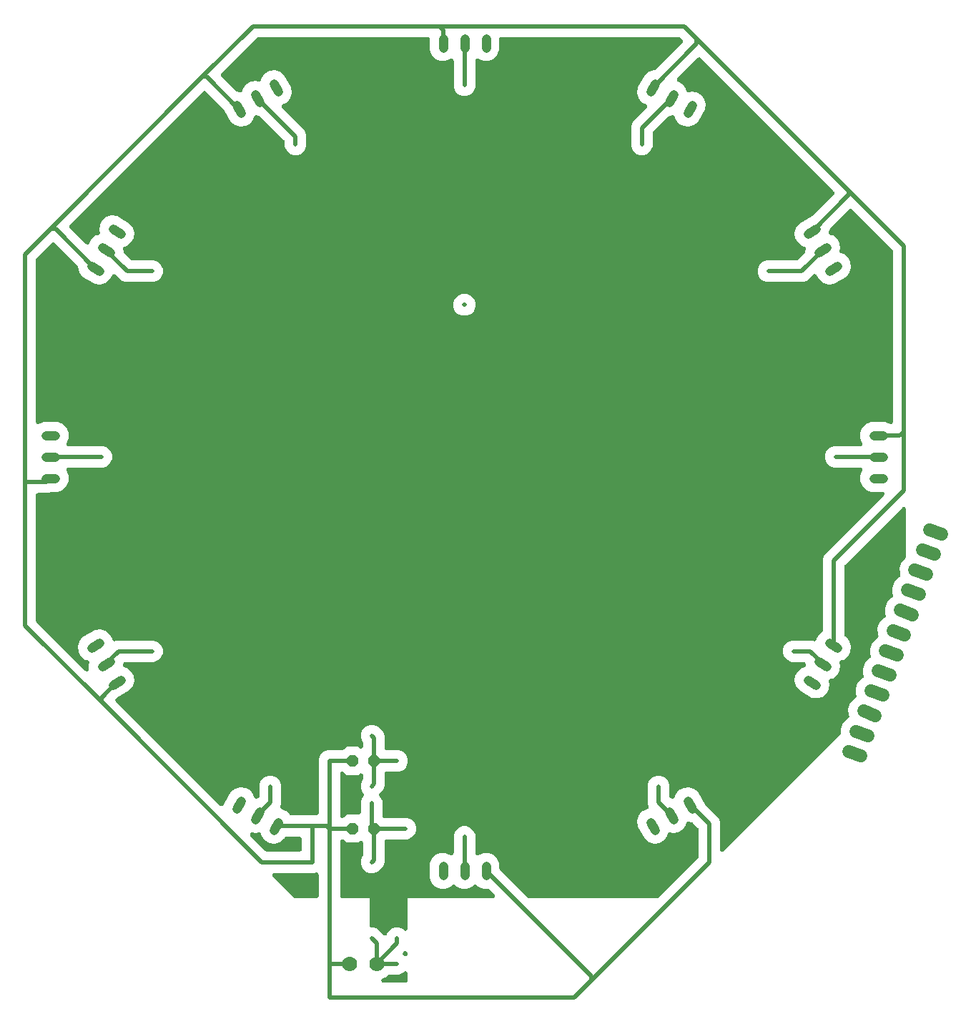
<source format=gbr>
G04 EAGLE Gerber RS-274X export*
G75*
%MOMM*%
%FSLAX34Y34*%
%LPD*%
%INBottom Copper*%
%IPPOS*%
%AMOC8*
5,1,8,0,0,1.08239X$1,22.5*%
G01*
%ADD10P,1.429621X8X22.500000*%
%ADD11C,1.524000*%
%ADD12C,1.108000*%
%ADD13C,1.778000*%
%ADD14C,0.508000*%

G36*
X-94022Y-566837D02*
X-94022Y-566837D01*
X-93879Y-566835D01*
X-93798Y-566819D01*
X-93716Y-566813D01*
X-93577Y-566777D01*
X-93437Y-566749D01*
X-93360Y-566720D01*
X-93280Y-566699D01*
X-93150Y-566639D01*
X-93017Y-566587D01*
X-92946Y-566544D01*
X-92872Y-566510D01*
X-92754Y-566428D01*
X-92632Y-566353D01*
X-92570Y-566299D01*
X-92503Y-566251D01*
X-92402Y-566150D01*
X-92295Y-566055D01*
X-92244Y-565991D01*
X-92185Y-565932D01*
X-92104Y-565814D01*
X-92015Y-565702D01*
X-91976Y-565629D01*
X-91930Y-565562D01*
X-91821Y-565340D01*
X-91803Y-565305D01*
X-91799Y-565295D01*
X-91792Y-565281D01*
X-90767Y-562806D01*
X-87194Y-559233D01*
X-82526Y-557299D01*
X-77474Y-557299D01*
X-72806Y-559233D01*
X-71796Y-560243D01*
X-71696Y-560326D01*
X-71603Y-560417D01*
X-71523Y-560471D01*
X-71450Y-560532D01*
X-71337Y-560596D01*
X-71230Y-560669D01*
X-71142Y-560708D01*
X-71059Y-560755D01*
X-70937Y-560799D01*
X-70818Y-560851D01*
X-70725Y-560874D01*
X-70635Y-560906D01*
X-70507Y-560927D01*
X-70380Y-560958D01*
X-70285Y-560964D01*
X-70191Y-560979D01*
X-70061Y-560978D01*
X-69931Y-560986D01*
X-69836Y-560975D01*
X-69741Y-560973D01*
X-69613Y-560949D01*
X-69484Y-560934D01*
X-69392Y-560906D01*
X-69298Y-560888D01*
X-69177Y-560841D01*
X-69053Y-560803D01*
X-68967Y-560760D01*
X-68878Y-560726D01*
X-68767Y-560658D01*
X-68651Y-560599D01*
X-68575Y-560541D01*
X-68494Y-560492D01*
X-68396Y-560405D01*
X-68293Y-560327D01*
X-68228Y-560257D01*
X-68156Y-560193D01*
X-68076Y-560091D01*
X-67988Y-559996D01*
X-67936Y-559915D01*
X-67877Y-559840D01*
X-67816Y-559726D01*
X-67746Y-559616D01*
X-67709Y-559528D01*
X-67664Y-559443D01*
X-67624Y-559320D01*
X-67575Y-559200D01*
X-67555Y-559106D01*
X-67525Y-559015D01*
X-67507Y-558887D01*
X-67480Y-558759D01*
X-67472Y-558629D01*
X-67464Y-558569D01*
X-67466Y-558525D01*
X-67461Y-558447D01*
X-67461Y-522539D01*
X33847Y-522539D01*
X33977Y-522528D01*
X34107Y-522526D01*
X34201Y-522508D01*
X34296Y-522499D01*
X34421Y-522465D01*
X34549Y-522440D01*
X34638Y-522406D01*
X34730Y-522381D01*
X34847Y-522325D01*
X34969Y-522278D01*
X35051Y-522228D01*
X35137Y-522187D01*
X35242Y-522112D01*
X35354Y-522044D01*
X35425Y-521981D01*
X35503Y-521925D01*
X35594Y-521832D01*
X35691Y-521746D01*
X35750Y-521671D01*
X35817Y-521603D01*
X35890Y-521495D01*
X35971Y-521393D01*
X36016Y-521309D01*
X36069Y-521230D01*
X36122Y-521111D01*
X36183Y-520996D01*
X36213Y-520905D01*
X36251Y-520818D01*
X36282Y-520691D01*
X36322Y-520568D01*
X36335Y-520473D01*
X36358Y-520380D01*
X36366Y-520251D01*
X36384Y-520122D01*
X36380Y-520026D01*
X36386Y-519931D01*
X36371Y-519802D01*
X36365Y-519672D01*
X36345Y-519579D01*
X36334Y-519484D01*
X36296Y-519359D01*
X36268Y-519232D01*
X36231Y-519144D01*
X36203Y-519053D01*
X36144Y-518937D01*
X36094Y-518817D01*
X36042Y-518736D01*
X35999Y-518651D01*
X35921Y-518548D01*
X35850Y-518439D01*
X35764Y-518341D01*
X35727Y-518293D01*
X35694Y-518262D01*
X35643Y-518204D01*
X29423Y-511984D01*
X29297Y-511879D01*
X29176Y-511767D01*
X29124Y-511735D01*
X29078Y-511696D01*
X28935Y-511614D01*
X28796Y-511526D01*
X28739Y-511502D01*
X28687Y-511472D01*
X28532Y-511417D01*
X28379Y-511355D01*
X28320Y-511342D01*
X28262Y-511321D01*
X28100Y-511295D01*
X27939Y-511260D01*
X27862Y-511255D01*
X27818Y-511248D01*
X27757Y-511249D01*
X27627Y-511241D01*
X22277Y-511241D01*
X16506Y-508850D01*
X14496Y-506840D01*
X14469Y-506817D01*
X14446Y-506792D01*
X14297Y-506674D01*
X14150Y-506551D01*
X14120Y-506534D01*
X14093Y-506512D01*
X13925Y-506422D01*
X13759Y-506327D01*
X13727Y-506316D01*
X13696Y-506299D01*
X13515Y-506241D01*
X13335Y-506177D01*
X13301Y-506171D01*
X13268Y-506160D01*
X13079Y-506134D01*
X12891Y-506103D01*
X12856Y-506104D01*
X12822Y-506099D01*
X12631Y-506107D01*
X12441Y-506109D01*
X12406Y-506116D01*
X12372Y-506117D01*
X12186Y-506159D01*
X11998Y-506195D01*
X11966Y-506207D01*
X11932Y-506215D01*
X11756Y-506289D01*
X11578Y-506357D01*
X11549Y-506375D01*
X11517Y-506388D01*
X11356Y-506492D01*
X11194Y-506591D01*
X11168Y-506614D01*
X11139Y-506633D01*
X10904Y-506840D01*
X8894Y-508850D01*
X3123Y-511241D01*
X-3123Y-511241D01*
X-8894Y-508850D01*
X-10904Y-506840D01*
X-10931Y-506817D01*
X-10954Y-506792D01*
X-11103Y-506674D01*
X-11250Y-506551D01*
X-11280Y-506534D01*
X-11307Y-506512D01*
X-11475Y-506422D01*
X-11641Y-506327D01*
X-11673Y-506316D01*
X-11704Y-506299D01*
X-11885Y-506241D01*
X-12065Y-506177D01*
X-12099Y-506171D01*
X-12132Y-506160D01*
X-12321Y-506134D01*
X-12509Y-506103D01*
X-12544Y-506104D01*
X-12578Y-506099D01*
X-12769Y-506107D01*
X-12959Y-506109D01*
X-12994Y-506116D01*
X-13028Y-506117D01*
X-13214Y-506159D01*
X-13402Y-506195D01*
X-13434Y-506207D01*
X-13468Y-506215D01*
X-13644Y-506289D01*
X-13822Y-506357D01*
X-13851Y-506375D01*
X-13883Y-506388D01*
X-14044Y-506492D01*
X-14206Y-506591D01*
X-14232Y-506614D01*
X-14261Y-506633D01*
X-14496Y-506840D01*
X-16506Y-508850D01*
X-22277Y-511241D01*
X-28523Y-511241D01*
X-34294Y-508850D01*
X-38710Y-504434D01*
X-41101Y-498663D01*
X-41101Y-481337D01*
X-38710Y-475566D01*
X-34294Y-471150D01*
X-28523Y-468759D01*
X-22277Y-468759D01*
X-16212Y-471272D01*
X-16133Y-471296D01*
X-16058Y-471330D01*
X-15919Y-471363D01*
X-15782Y-471406D01*
X-15700Y-471417D01*
X-15620Y-471436D01*
X-15478Y-471445D01*
X-15335Y-471463D01*
X-15253Y-471459D01*
X-15171Y-471464D01*
X-15029Y-471447D01*
X-14886Y-471440D01*
X-14806Y-471421D01*
X-14724Y-471412D01*
X-14586Y-471370D01*
X-14447Y-471338D01*
X-14372Y-471305D01*
X-14293Y-471282D01*
X-14165Y-471217D01*
X-14034Y-471160D01*
X-13965Y-471115D01*
X-13891Y-471077D01*
X-13777Y-470991D01*
X-13658Y-470912D01*
X-13598Y-470855D01*
X-13533Y-470805D01*
X-13436Y-470700D01*
X-13332Y-470601D01*
X-13283Y-470535D01*
X-13227Y-470474D01*
X-13150Y-470353D01*
X-13066Y-470238D01*
X-13030Y-470164D01*
X-12986Y-470094D01*
X-12931Y-469962D01*
X-12868Y-469833D01*
X-12846Y-469754D01*
X-12815Y-469678D01*
X-12785Y-469538D01*
X-12745Y-469400D01*
X-12737Y-469318D01*
X-12720Y-469238D01*
X-12705Y-468992D01*
X-12701Y-468952D01*
X-12702Y-468941D01*
X-12701Y-468926D01*
X-12701Y-447474D01*
X-10767Y-442806D01*
X-7194Y-439233D01*
X-2526Y-437299D01*
X2526Y-437299D01*
X7194Y-439233D01*
X10767Y-442806D01*
X12701Y-447474D01*
X12701Y-468926D01*
X12708Y-469008D01*
X12706Y-469090D01*
X12728Y-469231D01*
X12741Y-469374D01*
X12762Y-469454D01*
X12775Y-469535D01*
X12821Y-469670D01*
X12859Y-469808D01*
X12895Y-469883D01*
X12921Y-469961D01*
X12991Y-470086D01*
X13053Y-470215D01*
X13100Y-470282D01*
X13141Y-470354D01*
X13231Y-470465D01*
X13315Y-470581D01*
X13374Y-470639D01*
X13426Y-470702D01*
X13535Y-470795D01*
X13637Y-470895D01*
X13706Y-470941D01*
X13768Y-470995D01*
X13892Y-471067D01*
X14010Y-471147D01*
X14086Y-471181D01*
X14157Y-471222D01*
X14291Y-471272D01*
X14422Y-471330D01*
X14502Y-471349D01*
X14580Y-471377D01*
X14721Y-471402D01*
X14860Y-471436D01*
X14942Y-471441D01*
X15023Y-471456D01*
X15166Y-471455D01*
X15309Y-471464D01*
X15391Y-471454D01*
X15473Y-471454D01*
X15614Y-471428D01*
X15756Y-471412D01*
X15835Y-471388D01*
X15916Y-471373D01*
X16149Y-471293D01*
X16187Y-471282D01*
X16197Y-471277D01*
X16212Y-471272D01*
X22277Y-468759D01*
X28523Y-468759D01*
X34294Y-471150D01*
X38710Y-475566D01*
X41101Y-481337D01*
X41101Y-486687D01*
X41115Y-486851D01*
X41122Y-487016D01*
X41135Y-487075D01*
X41141Y-487136D01*
X41184Y-487295D01*
X41220Y-487455D01*
X41243Y-487511D01*
X41259Y-487570D01*
X41330Y-487718D01*
X41393Y-487871D01*
X41426Y-487922D01*
X41453Y-487977D01*
X41548Y-488110D01*
X41638Y-488249D01*
X41689Y-488307D01*
X41715Y-488343D01*
X41758Y-488385D01*
X41844Y-488483D01*
X75157Y-521796D01*
X75283Y-521901D01*
X75404Y-522013D01*
X75456Y-522045D01*
X75502Y-522084D01*
X75645Y-522166D01*
X75784Y-522254D01*
X75840Y-522278D01*
X75893Y-522308D01*
X76048Y-522363D01*
X76200Y-522425D01*
X76260Y-522438D01*
X76318Y-522459D01*
X76480Y-522485D01*
X76641Y-522520D01*
X76718Y-522525D01*
X76762Y-522532D01*
X76823Y-522531D01*
X76953Y-522539D01*
X228447Y-522539D01*
X228611Y-522525D01*
X228776Y-522518D01*
X228835Y-522505D01*
X228896Y-522499D01*
X229055Y-522456D01*
X229215Y-522420D01*
X229271Y-522397D01*
X229330Y-522381D01*
X229478Y-522310D01*
X229631Y-522247D01*
X229682Y-522214D01*
X229737Y-522187D01*
X229870Y-522092D01*
X230009Y-522002D01*
X230067Y-521951D01*
X230103Y-521925D01*
X230146Y-521882D01*
X230243Y-521796D01*
X276556Y-475483D01*
X276661Y-475357D01*
X276773Y-475236D01*
X276805Y-475184D01*
X276844Y-475138D01*
X276926Y-474995D01*
X277014Y-474856D01*
X277038Y-474799D01*
X277068Y-474747D01*
X277123Y-474592D01*
X277185Y-474439D01*
X277198Y-474380D01*
X277219Y-474322D01*
X277245Y-474160D01*
X277280Y-473999D01*
X277285Y-473922D01*
X277292Y-473878D01*
X277291Y-473817D01*
X277299Y-473687D01*
X277299Y-440968D01*
X277285Y-440804D01*
X277278Y-440639D01*
X277265Y-440580D01*
X277259Y-440519D01*
X277216Y-440360D01*
X277180Y-440200D01*
X277157Y-440144D01*
X277141Y-440085D01*
X277070Y-439937D01*
X277007Y-439784D01*
X276974Y-439733D01*
X276947Y-439678D01*
X276852Y-439545D01*
X276762Y-439406D01*
X276711Y-439348D01*
X276685Y-439312D01*
X276642Y-439269D01*
X276556Y-439172D01*
X270566Y-433183D01*
X270485Y-433115D01*
X270411Y-433040D01*
X270313Y-432971D01*
X270221Y-432894D01*
X270129Y-432842D01*
X270043Y-432781D01*
X269934Y-432730D01*
X269830Y-432671D01*
X269731Y-432635D01*
X269635Y-432591D01*
X269519Y-432560D01*
X269406Y-432520D01*
X269302Y-432502D01*
X269200Y-432476D01*
X269080Y-432466D01*
X268961Y-432446D01*
X268856Y-432448D01*
X268789Y-432442D01*
X265973Y-431688D01*
X265939Y-431682D01*
X265906Y-431671D01*
X265718Y-431643D01*
X265530Y-431610D01*
X265495Y-431610D01*
X265461Y-431605D01*
X265270Y-431611D01*
X265080Y-431612D01*
X265045Y-431619D01*
X265011Y-431620D01*
X264824Y-431659D01*
X264637Y-431694D01*
X264604Y-431706D01*
X264570Y-431713D01*
X264393Y-431785D01*
X264215Y-431852D01*
X264186Y-431870D01*
X264153Y-431883D01*
X263992Y-431985D01*
X263828Y-432083D01*
X263802Y-432106D01*
X263773Y-432124D01*
X263632Y-432253D01*
X263488Y-432378D01*
X263467Y-432405D01*
X263441Y-432428D01*
X263325Y-432580D01*
X263206Y-432728D01*
X263189Y-432759D01*
X263168Y-432786D01*
X263081Y-432956D01*
X262990Y-433123D01*
X262979Y-433156D01*
X262963Y-433187D01*
X262863Y-433483D01*
X262127Y-436230D01*
X258325Y-441185D01*
X252916Y-444309D01*
X246723Y-445124D01*
X243976Y-444388D01*
X243942Y-444382D01*
X243909Y-444371D01*
X243721Y-444343D01*
X243533Y-444310D01*
X243498Y-444310D01*
X243464Y-444305D01*
X243273Y-444311D01*
X243082Y-444312D01*
X243048Y-444319D01*
X243014Y-444320D01*
X242827Y-444359D01*
X242640Y-444394D01*
X242607Y-444406D01*
X242573Y-444413D01*
X242396Y-444485D01*
X242218Y-444552D01*
X242189Y-444570D01*
X242156Y-444583D01*
X241995Y-444685D01*
X241831Y-444783D01*
X241805Y-444806D01*
X241776Y-444824D01*
X241635Y-444953D01*
X241491Y-445078D01*
X241470Y-445105D01*
X241444Y-445128D01*
X241328Y-445280D01*
X241209Y-445428D01*
X241192Y-445459D01*
X241171Y-445486D01*
X241084Y-445656D01*
X240992Y-445823D01*
X240981Y-445856D01*
X240966Y-445887D01*
X240866Y-446183D01*
X240130Y-448930D01*
X236328Y-453885D01*
X230919Y-457009D01*
X224726Y-457824D01*
X218693Y-456207D01*
X213737Y-452405D01*
X205074Y-437400D01*
X204259Y-431207D01*
X205875Y-425174D01*
X209678Y-420219D01*
X215087Y-417095D01*
X215953Y-416981D01*
X216091Y-416951D01*
X216231Y-416929D01*
X216311Y-416902D01*
X216393Y-416883D01*
X216523Y-416829D01*
X216657Y-416783D01*
X216731Y-416742D01*
X216808Y-416709D01*
X216927Y-416632D01*
X217050Y-416563D01*
X217115Y-416510D01*
X217186Y-416464D01*
X217289Y-416368D01*
X217399Y-416278D01*
X217453Y-416214D01*
X217515Y-416157D01*
X217599Y-416043D01*
X217691Y-415936D01*
X217734Y-415863D01*
X217784Y-415796D01*
X217847Y-415669D01*
X217919Y-415547D01*
X217947Y-415468D01*
X217985Y-415393D01*
X218025Y-415257D01*
X218074Y-415124D01*
X218088Y-415042D01*
X218112Y-414961D01*
X218127Y-414820D01*
X218152Y-414681D01*
X218152Y-414597D01*
X218161Y-414513D01*
X218151Y-414372D01*
X218150Y-414231D01*
X218135Y-414148D01*
X218129Y-414064D01*
X218095Y-413927D01*
X218069Y-413788D01*
X218033Y-413683D01*
X218019Y-413628D01*
X217998Y-413581D01*
X217968Y-413492D01*
X217299Y-411878D01*
X217299Y-387474D01*
X219233Y-382806D01*
X222806Y-379233D01*
X227474Y-377299D01*
X232526Y-377299D01*
X237194Y-379233D01*
X240767Y-382806D01*
X242701Y-387474D01*
X242701Y-401477D01*
X242714Y-401630D01*
X242719Y-401783D01*
X242734Y-401854D01*
X242741Y-401926D01*
X242781Y-402073D01*
X242813Y-402223D01*
X242840Y-402290D01*
X242859Y-402360D01*
X242925Y-402498D01*
X242983Y-402640D01*
X243021Y-402702D01*
X243053Y-402767D01*
X243141Y-402891D01*
X243223Y-403021D01*
X243272Y-403074D01*
X243315Y-403133D01*
X243424Y-403240D01*
X243528Y-403352D01*
X243585Y-403396D01*
X243637Y-403447D01*
X243764Y-403533D01*
X243886Y-403625D01*
X243950Y-403658D01*
X244010Y-403699D01*
X244150Y-403761D01*
X244286Y-403831D01*
X244375Y-403861D01*
X244422Y-403881D01*
X244478Y-403895D01*
X244583Y-403930D01*
X246024Y-404316D01*
X246058Y-404322D01*
X246091Y-404333D01*
X246279Y-404361D01*
X246467Y-404394D01*
X246502Y-404394D01*
X246536Y-404399D01*
X246727Y-404393D01*
X246917Y-404392D01*
X246952Y-404385D01*
X246986Y-404384D01*
X247173Y-404345D01*
X247360Y-404310D01*
X247393Y-404298D01*
X247427Y-404291D01*
X247604Y-404219D01*
X247782Y-404152D01*
X247811Y-404134D01*
X247844Y-404121D01*
X248005Y-404019D01*
X248169Y-403921D01*
X248195Y-403898D01*
X248224Y-403880D01*
X248365Y-403751D01*
X248509Y-403626D01*
X248530Y-403599D01*
X248556Y-403576D01*
X248672Y-403424D01*
X248791Y-403276D01*
X248808Y-403245D01*
X248829Y-403218D01*
X248916Y-403048D01*
X249008Y-402881D01*
X249019Y-402848D01*
X249034Y-402817D01*
X249134Y-402521D01*
X249870Y-399774D01*
X253672Y-394819D01*
X259081Y-391695D01*
X265274Y-390880D01*
X271307Y-392497D01*
X276263Y-396299D01*
X285126Y-411650D01*
X285130Y-411661D01*
X285131Y-411662D01*
X285132Y-411664D01*
X285150Y-411692D01*
X285178Y-411741D01*
X285220Y-411801D01*
X285259Y-411861D01*
X285374Y-412039D01*
X285375Y-412041D01*
X285376Y-412042D01*
X285583Y-412277D01*
X296837Y-423531D01*
X300767Y-427461D01*
X302701Y-432129D01*
X302701Y-464760D01*
X302712Y-464889D01*
X302714Y-465020D01*
X302732Y-465113D01*
X302741Y-465209D01*
X302775Y-465334D01*
X302800Y-465462D01*
X302834Y-465551D01*
X302859Y-465643D01*
X302915Y-465760D01*
X302962Y-465882D01*
X303012Y-465963D01*
X303053Y-466050D01*
X303128Y-466155D01*
X303196Y-466266D01*
X303259Y-466338D01*
X303315Y-466416D01*
X303408Y-466506D01*
X303494Y-466604D01*
X303569Y-466663D01*
X303637Y-466730D01*
X303745Y-466803D01*
X303847Y-466883D01*
X303931Y-466928D01*
X304010Y-466982D01*
X304129Y-467034D01*
X304244Y-467096D01*
X304335Y-467125D01*
X304422Y-467164D01*
X304549Y-467195D01*
X304672Y-467235D01*
X304767Y-467248D01*
X304860Y-467271D01*
X304989Y-467279D01*
X305118Y-467296D01*
X305214Y-467292D01*
X305309Y-467298D01*
X305438Y-467283D01*
X305568Y-467278D01*
X305661Y-467257D01*
X305756Y-467246D01*
X305881Y-467209D01*
X306008Y-467180D01*
X306096Y-467144D01*
X306187Y-467116D01*
X306303Y-467057D01*
X306423Y-467007D01*
X306504Y-466955D01*
X306589Y-466912D01*
X306692Y-466833D01*
X306801Y-466762D01*
X306899Y-466676D01*
X306947Y-466640D01*
X306978Y-466607D01*
X307036Y-466556D01*
X445278Y-328313D01*
X445420Y-328143D01*
X445560Y-327977D01*
X445563Y-327972D01*
X445567Y-327968D01*
X445675Y-327779D01*
X445785Y-327587D01*
X445787Y-327582D01*
X445790Y-327577D01*
X445863Y-327372D01*
X445938Y-327163D01*
X445939Y-327158D01*
X445941Y-327153D01*
X445977Y-326932D01*
X446014Y-326719D01*
X446014Y-326713D01*
X446014Y-326708D01*
X446014Y-326687D01*
X446019Y-326407D01*
X445829Y-322043D01*
X448248Y-315396D01*
X453027Y-310181D01*
X454094Y-309683D01*
X454124Y-309666D01*
X454156Y-309653D01*
X454318Y-309553D01*
X454483Y-309457D01*
X454510Y-309435D01*
X454539Y-309417D01*
X454682Y-309289D01*
X454827Y-309166D01*
X454849Y-309140D01*
X454875Y-309117D01*
X454992Y-308966D01*
X455114Y-308819D01*
X455131Y-308789D01*
X455152Y-308762D01*
X455241Y-308593D01*
X455335Y-308427D01*
X455346Y-308394D01*
X455362Y-308364D01*
X455420Y-308182D01*
X455483Y-308002D01*
X455488Y-307968D01*
X455499Y-307935D01*
X455524Y-307745D01*
X455554Y-307557D01*
X455553Y-307523D01*
X455558Y-307488D01*
X455549Y-307297D01*
X455545Y-307107D01*
X455538Y-307073D01*
X455537Y-307038D01*
X455494Y-306852D01*
X455457Y-306665D01*
X455444Y-306633D01*
X455436Y-306599D01*
X455322Y-306309D01*
X454824Y-305242D01*
X454516Y-298175D01*
X456935Y-291528D01*
X461714Y-286312D01*
X462781Y-285815D01*
X462811Y-285797D01*
X462843Y-285785D01*
X463006Y-285685D01*
X463171Y-285589D01*
X463197Y-285567D01*
X463227Y-285549D01*
X463369Y-285421D01*
X463514Y-285298D01*
X463536Y-285271D01*
X463562Y-285248D01*
X463680Y-285098D01*
X463801Y-284951D01*
X463818Y-284921D01*
X463839Y-284894D01*
X463928Y-284725D01*
X464022Y-284559D01*
X464034Y-284526D01*
X464050Y-284495D01*
X464108Y-284314D01*
X464170Y-284134D01*
X464176Y-284099D01*
X464186Y-284066D01*
X464211Y-283877D01*
X464241Y-283689D01*
X464240Y-283654D01*
X464245Y-283620D01*
X464236Y-283429D01*
X464232Y-283239D01*
X464226Y-283205D01*
X464224Y-283170D01*
X464181Y-282984D01*
X464144Y-282797D01*
X464131Y-282765D01*
X464124Y-282731D01*
X464009Y-282440D01*
X463512Y-281373D01*
X463203Y-274306D01*
X465623Y-267659D01*
X470401Y-262444D01*
X471468Y-261947D01*
X471498Y-261929D01*
X471531Y-261917D01*
X471693Y-261817D01*
X471858Y-261721D01*
X471884Y-261699D01*
X471914Y-261680D01*
X472056Y-261553D01*
X472202Y-261430D01*
X472224Y-261403D01*
X472250Y-261380D01*
X472367Y-261230D01*
X472488Y-261083D01*
X472505Y-261053D01*
X472527Y-261025D01*
X472616Y-260857D01*
X472709Y-260691D01*
X472721Y-260658D01*
X472737Y-260627D01*
X472795Y-260445D01*
X472858Y-260265D01*
X472863Y-260231D01*
X472874Y-260198D01*
X472899Y-260009D01*
X472928Y-259821D01*
X472928Y-259786D01*
X472932Y-259752D01*
X472923Y-259561D01*
X472920Y-259371D01*
X472913Y-259337D01*
X472911Y-259302D01*
X472869Y-259116D01*
X472831Y-258929D01*
X472819Y-258897D01*
X472811Y-258863D01*
X472697Y-258572D01*
X472199Y-257505D01*
X471891Y-250438D01*
X474310Y-243791D01*
X479089Y-238576D01*
X480156Y-238078D01*
X480186Y-238061D01*
X480218Y-238048D01*
X480380Y-237948D01*
X480545Y-237853D01*
X480572Y-237830D01*
X480601Y-237812D01*
X480744Y-237685D01*
X480889Y-237562D01*
X480911Y-237535D01*
X480937Y-237512D01*
X481054Y-237362D01*
X481176Y-237215D01*
X481193Y-237184D01*
X481214Y-237157D01*
X481303Y-236989D01*
X481397Y-236822D01*
X481408Y-236790D01*
X481424Y-236759D01*
X481482Y-236577D01*
X481545Y-236397D01*
X481550Y-236363D01*
X481561Y-236330D01*
X481586Y-236141D01*
X481616Y-235953D01*
X481615Y-235918D01*
X481620Y-235884D01*
X481611Y-235693D01*
X481607Y-235502D01*
X481600Y-235468D01*
X481599Y-235434D01*
X481556Y-235248D01*
X481519Y-235061D01*
X481506Y-235029D01*
X481498Y-234995D01*
X481384Y-234704D01*
X480886Y-233637D01*
X480578Y-226570D01*
X482997Y-219923D01*
X487776Y-214708D01*
X488843Y-214210D01*
X488873Y-214193D01*
X488905Y-214180D01*
X489067Y-214080D01*
X489233Y-213985D01*
X489259Y-213962D01*
X489289Y-213944D01*
X489431Y-213816D01*
X489576Y-213694D01*
X489598Y-213667D01*
X489624Y-213644D01*
X489742Y-213493D01*
X489863Y-213346D01*
X489880Y-213316D01*
X489901Y-213289D01*
X489991Y-213120D01*
X490084Y-212954D01*
X490095Y-212922D01*
X490112Y-212891D01*
X490170Y-212709D01*
X490232Y-212529D01*
X490238Y-212495D01*
X490248Y-212462D01*
X490273Y-212273D01*
X490303Y-212084D01*
X490302Y-212050D01*
X490307Y-212015D01*
X490298Y-211825D01*
X490294Y-211634D01*
X490287Y-211600D01*
X490286Y-211566D01*
X490243Y-211379D01*
X490206Y-211193D01*
X490193Y-211160D01*
X490186Y-211127D01*
X490071Y-210836D01*
X489574Y-209769D01*
X489265Y-202702D01*
X491684Y-196055D01*
X496463Y-190840D01*
X497530Y-190342D01*
X497560Y-190325D01*
X497593Y-190312D01*
X497755Y-190212D01*
X497920Y-190116D01*
X497946Y-190094D01*
X497976Y-190076D01*
X498118Y-189948D01*
X498264Y-189825D01*
X498286Y-189799D01*
X498311Y-189776D01*
X498429Y-189625D01*
X498550Y-189478D01*
X498567Y-189448D01*
X498589Y-189421D01*
X498678Y-189252D01*
X498771Y-189086D01*
X498783Y-189053D01*
X498799Y-189023D01*
X498857Y-188841D01*
X498920Y-188661D01*
X498925Y-188627D01*
X498936Y-188594D01*
X498960Y-188404D01*
X498990Y-188216D01*
X498990Y-188182D01*
X498994Y-188147D01*
X498985Y-187956D01*
X498982Y-187766D01*
X498975Y-187732D01*
X498973Y-187697D01*
X498931Y-187511D01*
X498893Y-187324D01*
X498881Y-187292D01*
X498873Y-187258D01*
X498759Y-186968D01*
X498261Y-185901D01*
X497952Y-178834D01*
X500372Y-172187D01*
X505151Y-166971D01*
X506218Y-166474D01*
X506248Y-166457D01*
X506280Y-166444D01*
X506442Y-166344D01*
X506607Y-166248D01*
X506634Y-166226D01*
X506663Y-166208D01*
X506805Y-166080D01*
X506951Y-165957D01*
X506973Y-165931D01*
X506999Y-165907D01*
X507116Y-165757D01*
X507238Y-165610D01*
X507255Y-165580D01*
X507276Y-165553D01*
X507365Y-165384D01*
X507459Y-165218D01*
X507470Y-165185D01*
X507486Y-165154D01*
X507544Y-164973D01*
X507607Y-164793D01*
X507612Y-164758D01*
X507623Y-164725D01*
X507648Y-164536D01*
X507678Y-164348D01*
X507677Y-164313D01*
X507682Y-164279D01*
X507673Y-164088D01*
X507669Y-163898D01*
X507662Y-163864D01*
X507660Y-163829D01*
X507618Y-163643D01*
X507581Y-163456D01*
X507568Y-163424D01*
X507560Y-163390D01*
X507446Y-163099D01*
X506948Y-162032D01*
X506640Y-154965D01*
X509059Y-148318D01*
X513838Y-143103D01*
X514905Y-142606D01*
X514935Y-142588D01*
X514967Y-142576D01*
X515130Y-142476D01*
X515295Y-142380D01*
X515321Y-142358D01*
X515350Y-142339D01*
X515493Y-142212D01*
X515638Y-142089D01*
X515660Y-142062D01*
X515686Y-142039D01*
X515804Y-141889D01*
X515925Y-141742D01*
X515942Y-141712D01*
X515963Y-141684D01*
X516052Y-141516D01*
X516146Y-141350D01*
X516157Y-141317D01*
X516174Y-141286D01*
X516231Y-141104D01*
X516294Y-140924D01*
X516300Y-140890D01*
X516310Y-140857D01*
X516335Y-140668D01*
X516365Y-140480D01*
X516364Y-140445D01*
X516369Y-140411D01*
X516360Y-140220D01*
X516356Y-140030D01*
X516349Y-139996D01*
X516348Y-139961D01*
X516305Y-139775D01*
X516268Y-139588D01*
X516255Y-139556D01*
X516248Y-139522D01*
X516133Y-139231D01*
X515636Y-138164D01*
X515327Y-131097D01*
X517746Y-124450D01*
X521872Y-119948D01*
X521938Y-119861D01*
X522013Y-119781D01*
X522075Y-119683D01*
X522146Y-119590D01*
X522196Y-119493D01*
X522254Y-119401D01*
X522299Y-119293D01*
X522352Y-119190D01*
X522384Y-119086D01*
X522425Y-118984D01*
X522450Y-118871D01*
X522484Y-118759D01*
X522497Y-118651D01*
X522520Y-118544D01*
X522531Y-118375D01*
X522538Y-118312D01*
X522536Y-118281D01*
X522539Y-118232D01*
X522539Y-61553D01*
X522528Y-61423D01*
X522526Y-61293D01*
X522508Y-61199D01*
X522499Y-61104D01*
X522465Y-60979D01*
X522440Y-60851D01*
X522406Y-60762D01*
X522381Y-60670D01*
X522325Y-60553D01*
X522278Y-60431D01*
X522228Y-60349D01*
X522187Y-60263D01*
X522112Y-60158D01*
X522044Y-60046D01*
X521981Y-59975D01*
X521925Y-59897D01*
X521832Y-59806D01*
X521746Y-59709D01*
X521671Y-59650D01*
X521603Y-59583D01*
X521495Y-59510D01*
X521393Y-59429D01*
X521309Y-59384D01*
X521230Y-59331D01*
X521111Y-59278D01*
X520996Y-59217D01*
X520905Y-59187D01*
X520818Y-59149D01*
X520691Y-59118D01*
X520568Y-59078D01*
X520473Y-59065D01*
X520380Y-59042D01*
X520251Y-59034D01*
X520122Y-59016D01*
X520026Y-59020D01*
X519931Y-59014D01*
X519802Y-59029D01*
X519672Y-59035D01*
X519579Y-59055D01*
X519484Y-59066D01*
X519359Y-59104D01*
X519232Y-59132D01*
X519144Y-59169D01*
X519053Y-59197D01*
X518937Y-59256D01*
X518817Y-59306D01*
X518736Y-59358D01*
X518651Y-59401D01*
X518548Y-59479D01*
X518439Y-59550D01*
X518341Y-59636D01*
X518293Y-59673D01*
X518262Y-59706D01*
X518204Y-59757D01*
X450496Y-127465D01*
X450391Y-127591D01*
X450279Y-127712D01*
X450247Y-127764D01*
X450208Y-127810D01*
X450126Y-127953D01*
X450038Y-128092D01*
X450014Y-128149D01*
X449984Y-128201D01*
X449929Y-128356D01*
X449867Y-128509D01*
X449854Y-128568D01*
X449833Y-128626D01*
X449807Y-128788D01*
X449772Y-128949D01*
X449767Y-129026D01*
X449760Y-129070D01*
X449761Y-129131D01*
X449753Y-129261D01*
X449753Y-210740D01*
X449757Y-210786D01*
X449754Y-210832D01*
X449777Y-211010D01*
X449793Y-211189D01*
X449805Y-211233D01*
X449811Y-211279D01*
X449864Y-211450D01*
X449911Y-211623D01*
X449931Y-211665D01*
X449945Y-211709D01*
X450028Y-211868D01*
X450105Y-212030D01*
X450131Y-212067D01*
X450153Y-212108D01*
X450262Y-212250D01*
X450367Y-212396D01*
X450400Y-212428D01*
X450428Y-212464D01*
X450561Y-212585D01*
X450689Y-212710D01*
X450728Y-212736D01*
X450762Y-212767D01*
X451022Y-212939D01*
X452405Y-213737D01*
X456207Y-218693D01*
X457824Y-224726D01*
X457009Y-230919D01*
X453885Y-236328D01*
X448930Y-240130D01*
X446183Y-240866D01*
X446151Y-240878D01*
X446117Y-240885D01*
X445940Y-240955D01*
X445760Y-241021D01*
X445730Y-241038D01*
X445698Y-241051D01*
X445536Y-241152D01*
X445372Y-241248D01*
X445345Y-241270D01*
X445316Y-241289D01*
X445173Y-241417D01*
X445029Y-241540D01*
X445007Y-241567D01*
X444981Y-241590D01*
X444864Y-241740D01*
X444743Y-241888D01*
X444726Y-241918D01*
X444705Y-241945D01*
X444616Y-242114D01*
X444523Y-242281D01*
X444512Y-242314D01*
X444496Y-242344D01*
X444439Y-242526D01*
X444376Y-242706D01*
X444371Y-242741D01*
X444361Y-242774D01*
X444336Y-242963D01*
X444307Y-243151D01*
X444308Y-243186D01*
X444303Y-243220D01*
X444313Y-243411D01*
X444317Y-243601D01*
X444324Y-243635D01*
X444326Y-243670D01*
X444388Y-243976D01*
X445124Y-246723D01*
X444309Y-252916D01*
X441185Y-258325D01*
X436230Y-262127D01*
X433483Y-262863D01*
X433451Y-262875D01*
X433417Y-262882D01*
X433239Y-262953D01*
X433060Y-263018D01*
X433031Y-263036D01*
X432998Y-263048D01*
X432836Y-263149D01*
X432672Y-263245D01*
X432645Y-263267D01*
X432616Y-263286D01*
X432473Y-263414D01*
X432329Y-263537D01*
X432307Y-263564D01*
X432281Y-263587D01*
X432164Y-263737D01*
X432043Y-263885D01*
X432026Y-263915D01*
X432005Y-263943D01*
X431916Y-264111D01*
X431823Y-264278D01*
X431812Y-264311D01*
X431796Y-264341D01*
X431739Y-264523D01*
X431676Y-264704D01*
X431671Y-264738D01*
X431661Y-264771D01*
X431636Y-264960D01*
X431607Y-265148D01*
X431608Y-265183D01*
X431603Y-265217D01*
X431613Y-265408D01*
X431617Y-265599D01*
X431624Y-265633D01*
X431626Y-265667D01*
X431688Y-265973D01*
X432424Y-268720D01*
X431609Y-274913D01*
X428485Y-280322D01*
X423530Y-284125D01*
X417497Y-285741D01*
X411304Y-284926D01*
X396299Y-276263D01*
X392497Y-271307D01*
X390880Y-265274D01*
X391695Y-259081D01*
X394819Y-253672D01*
X399774Y-249870D01*
X402521Y-249134D01*
X402553Y-249122D01*
X402587Y-249115D01*
X402765Y-249044D01*
X402944Y-248979D01*
X402973Y-248962D01*
X403006Y-248949D01*
X403168Y-248848D01*
X403332Y-248752D01*
X403359Y-248730D01*
X403388Y-248711D01*
X403531Y-248583D01*
X403675Y-248460D01*
X403697Y-248433D01*
X403723Y-248410D01*
X403840Y-248260D01*
X403961Y-248112D01*
X403978Y-248082D01*
X403999Y-248054D01*
X404088Y-247886D01*
X404181Y-247719D01*
X404192Y-247686D01*
X404208Y-247656D01*
X404265Y-247474D01*
X404328Y-247294D01*
X404333Y-247259D01*
X404343Y-247226D01*
X404368Y-247037D01*
X404397Y-246849D01*
X404396Y-246814D01*
X404401Y-246780D01*
X404391Y-246589D01*
X404387Y-246398D01*
X404380Y-246365D01*
X404378Y-246330D01*
X404316Y-246024D01*
X403930Y-244583D01*
X403878Y-244439D01*
X403833Y-244293D01*
X403800Y-244228D01*
X403775Y-244160D01*
X403698Y-244028D01*
X403629Y-243891D01*
X403585Y-243834D01*
X403549Y-243771D01*
X403449Y-243654D01*
X403357Y-243533D01*
X403304Y-243484D01*
X403257Y-243428D01*
X403138Y-243331D01*
X403026Y-243227D01*
X402965Y-243189D01*
X402909Y-243142D01*
X402775Y-243068D01*
X402646Y-242986D01*
X402579Y-242958D01*
X402516Y-242923D01*
X402371Y-242873D01*
X402229Y-242815D01*
X402159Y-242799D01*
X402090Y-242776D01*
X401939Y-242752D01*
X401789Y-242720D01*
X401696Y-242714D01*
X401645Y-242706D01*
X401588Y-242708D01*
X401477Y-242701D01*
X387474Y-242701D01*
X382806Y-240767D01*
X379233Y-237194D01*
X377299Y-232526D01*
X377299Y-227474D01*
X379233Y-222806D01*
X382806Y-219233D01*
X387474Y-217299D01*
X411878Y-217299D01*
X413492Y-217968D01*
X413627Y-218010D01*
X413759Y-218061D01*
X413842Y-218077D01*
X413922Y-218103D01*
X414062Y-218120D01*
X414201Y-218147D01*
X414285Y-218149D01*
X414369Y-218159D01*
X414510Y-218152D01*
X414651Y-218154D01*
X414734Y-218141D01*
X414818Y-218136D01*
X414956Y-218104D01*
X415096Y-218081D01*
X415175Y-218053D01*
X415257Y-218034D01*
X415387Y-217978D01*
X415520Y-217931D01*
X415593Y-217889D01*
X415670Y-217856D01*
X415789Y-217778D01*
X415911Y-217708D01*
X415976Y-217654D01*
X416046Y-217608D01*
X416149Y-217510D01*
X416257Y-217420D01*
X416311Y-217355D01*
X416372Y-217297D01*
X416456Y-217183D01*
X416546Y-217075D01*
X416588Y-217002D01*
X416638Y-216934D01*
X416700Y-216807D01*
X416770Y-216684D01*
X416799Y-216605D01*
X416835Y-216529D01*
X416874Y-216393D01*
X416922Y-216260D01*
X416943Y-216151D01*
X416958Y-216096D01*
X416964Y-216045D01*
X416981Y-215953D01*
X417095Y-215087D01*
X420219Y-209678D01*
X423358Y-207269D01*
X423435Y-207198D01*
X423519Y-207134D01*
X423601Y-207046D01*
X423689Y-206964D01*
X423753Y-206880D01*
X423825Y-206803D01*
X423889Y-206702D01*
X423962Y-206606D01*
X424010Y-206512D01*
X424066Y-206423D01*
X424112Y-206312D01*
X424167Y-206205D01*
X424197Y-206104D01*
X424237Y-206007D01*
X424263Y-205889D01*
X424298Y-205774D01*
X424310Y-205669D01*
X424332Y-205566D01*
X424343Y-205388D01*
X424350Y-205327D01*
X424349Y-205299D01*
X424351Y-205255D01*
X424351Y-120422D01*
X426285Y-115754D01*
X496603Y-45436D01*
X496686Y-45336D01*
X496777Y-45243D01*
X496831Y-45163D01*
X496892Y-45090D01*
X496956Y-44977D01*
X497029Y-44870D01*
X497068Y-44782D01*
X497115Y-44699D01*
X497159Y-44577D01*
X497211Y-44458D01*
X497234Y-44365D01*
X497266Y-44275D01*
X497287Y-44146D01*
X497318Y-44020D01*
X497324Y-43925D01*
X497340Y-43831D01*
X497338Y-43700D01*
X497346Y-43571D01*
X497335Y-43476D01*
X497333Y-43380D01*
X497309Y-43253D01*
X497294Y-43124D01*
X497266Y-43032D01*
X497248Y-42938D01*
X497201Y-42817D01*
X497163Y-42693D01*
X497120Y-42608D01*
X497086Y-42518D01*
X497018Y-42407D01*
X496959Y-42291D01*
X496901Y-42215D01*
X496852Y-42134D01*
X496766Y-42036D01*
X496687Y-41933D01*
X496617Y-41868D01*
X496553Y-41796D01*
X496452Y-41716D01*
X496356Y-41627D01*
X496275Y-41576D01*
X496200Y-41517D01*
X496086Y-41456D01*
X495976Y-41386D01*
X495888Y-41349D01*
X495803Y-41304D01*
X495680Y-41264D01*
X495560Y-41215D01*
X495466Y-41195D01*
X495375Y-41165D01*
X495247Y-41147D01*
X495119Y-41120D01*
X494990Y-41112D01*
X494929Y-41104D01*
X494884Y-41105D01*
X494807Y-41101D01*
X481337Y-41101D01*
X475566Y-38710D01*
X471150Y-34294D01*
X468759Y-28523D01*
X468759Y-22277D01*
X471272Y-16212D01*
X471296Y-16133D01*
X471330Y-16058D01*
X471363Y-15919D01*
X471406Y-15782D01*
X471417Y-15700D01*
X471436Y-15620D01*
X471445Y-15478D01*
X471463Y-15335D01*
X471459Y-15253D01*
X471464Y-15171D01*
X471447Y-15029D01*
X471440Y-14886D01*
X471421Y-14806D01*
X471412Y-14724D01*
X471370Y-14586D01*
X471338Y-14447D01*
X471305Y-14372D01*
X471282Y-14293D01*
X471217Y-14165D01*
X471160Y-14034D01*
X471115Y-13965D01*
X471077Y-13891D01*
X470991Y-13777D01*
X470912Y-13658D01*
X470855Y-13598D01*
X470805Y-13533D01*
X470700Y-13436D01*
X470601Y-13332D01*
X470535Y-13283D01*
X470474Y-13227D01*
X470353Y-13150D01*
X470238Y-13066D01*
X470164Y-13030D01*
X470094Y-12986D01*
X469962Y-12931D01*
X469833Y-12868D01*
X469754Y-12846D01*
X469678Y-12815D01*
X469538Y-12785D01*
X469400Y-12745D01*
X469318Y-12737D01*
X469238Y-12720D01*
X468992Y-12705D01*
X468952Y-12701D01*
X468941Y-12702D01*
X468926Y-12701D01*
X437474Y-12701D01*
X432806Y-10767D01*
X429233Y-7194D01*
X427299Y-2526D01*
X427299Y2526D01*
X429233Y7194D01*
X432806Y10767D01*
X437474Y12701D01*
X468926Y12701D01*
X469008Y12708D01*
X469090Y12706D01*
X469231Y12728D01*
X469374Y12741D01*
X469454Y12762D01*
X469535Y12775D01*
X469670Y12821D01*
X469808Y12859D01*
X469883Y12895D01*
X469961Y12921D01*
X470086Y12991D01*
X470215Y13053D01*
X470282Y13100D01*
X470354Y13141D01*
X470465Y13231D01*
X470581Y13315D01*
X470639Y13374D01*
X470702Y13426D01*
X470795Y13535D01*
X470895Y13637D01*
X470941Y13706D01*
X470995Y13768D01*
X471067Y13892D01*
X471147Y14010D01*
X471181Y14086D01*
X471222Y14157D01*
X471272Y14291D01*
X471330Y14422D01*
X471349Y14502D01*
X471377Y14580D01*
X471402Y14721D01*
X471436Y14860D01*
X471441Y14942D01*
X471456Y15023D01*
X471455Y15166D01*
X471464Y15309D01*
X471454Y15391D01*
X471454Y15473D01*
X471428Y15614D01*
X471412Y15756D01*
X471388Y15835D01*
X471373Y15916D01*
X471293Y16149D01*
X471282Y16187D01*
X471277Y16197D01*
X471272Y16212D01*
X468759Y22277D01*
X468759Y28523D01*
X471150Y34294D01*
X475566Y38710D01*
X481337Y41101D01*
X498663Y41101D01*
X503788Y38978D01*
X503867Y38953D01*
X503942Y38920D01*
X504081Y38886D01*
X504218Y38843D01*
X504300Y38833D01*
X504380Y38813D01*
X504522Y38804D01*
X504665Y38786D01*
X504747Y38790D01*
X504829Y38785D01*
X504971Y38802D01*
X505114Y38809D01*
X505194Y38828D01*
X505276Y38838D01*
X505414Y38879D01*
X505553Y38911D01*
X505628Y38944D01*
X505707Y38968D01*
X505835Y39033D01*
X505966Y39089D01*
X506035Y39135D01*
X506109Y39172D01*
X506223Y39259D01*
X506342Y39338D01*
X506402Y39394D01*
X506467Y39444D01*
X506564Y39550D01*
X506668Y39648D01*
X506717Y39715D01*
X506773Y39775D01*
X506850Y39896D01*
X506934Y40012D01*
X506970Y40086D01*
X507014Y40155D01*
X507069Y40288D01*
X507132Y40416D01*
X507154Y40495D01*
X507185Y40572D01*
X507215Y40712D01*
X507255Y40849D01*
X507263Y40931D01*
X507280Y41012D01*
X507295Y41258D01*
X507299Y41297D01*
X507298Y41308D01*
X507299Y41324D01*
X507299Y243687D01*
X507285Y243851D01*
X507278Y244016D01*
X507265Y244075D01*
X507259Y244136D01*
X507216Y244295D01*
X507180Y244455D01*
X507157Y244511D01*
X507141Y244570D01*
X507070Y244718D01*
X507007Y244871D01*
X506974Y244922D01*
X506947Y244977D01*
X506852Y245110D01*
X506762Y245249D01*
X506711Y245307D01*
X506685Y245343D01*
X506642Y245385D01*
X506556Y245483D01*
X459123Y292915D01*
X459096Y292938D01*
X459073Y292964D01*
X458925Y293081D01*
X458778Y293204D01*
X458747Y293222D01*
X458720Y293243D01*
X458552Y293333D01*
X458387Y293428D01*
X458354Y293439D01*
X458324Y293456D01*
X458142Y293515D01*
X457962Y293579D01*
X457928Y293584D01*
X457895Y293595D01*
X457707Y293621D01*
X457518Y293652D01*
X457484Y293652D01*
X457449Y293656D01*
X457259Y293649D01*
X457068Y293646D01*
X457034Y293639D01*
X456999Y293638D01*
X456813Y293597D01*
X456626Y293560D01*
X456594Y293548D01*
X456560Y293540D01*
X456384Y293467D01*
X456206Y293398D01*
X456176Y293380D01*
X456144Y293367D01*
X455984Y293263D01*
X455821Y293164D01*
X455795Y293141D01*
X455766Y293122D01*
X455532Y292915D01*
X433183Y270566D01*
X433115Y270485D01*
X433040Y270411D01*
X432971Y270313D01*
X432894Y270221D01*
X432841Y270129D01*
X432781Y270043D01*
X432730Y269934D01*
X432670Y269830D01*
X432635Y269731D01*
X432591Y269635D01*
X432560Y269519D01*
X432520Y269406D01*
X432502Y269302D01*
X432475Y269200D01*
X432466Y269080D01*
X432446Y268961D01*
X432448Y268856D01*
X432442Y268788D01*
X431688Y265973D01*
X431682Y265939D01*
X431671Y265906D01*
X431643Y265718D01*
X431610Y265530D01*
X431610Y265495D01*
X431605Y265461D01*
X431611Y265270D01*
X431612Y265080D01*
X431619Y265045D01*
X431620Y265011D01*
X431659Y264825D01*
X431694Y264637D01*
X431706Y264604D01*
X431713Y264570D01*
X431785Y264394D01*
X431852Y264215D01*
X431870Y264185D01*
X431883Y264153D01*
X431985Y263992D01*
X432083Y263828D01*
X432105Y263802D01*
X432124Y263773D01*
X432253Y263632D01*
X432378Y263488D01*
X432405Y263467D01*
X432428Y263441D01*
X432580Y263326D01*
X432728Y263206D01*
X432759Y263189D01*
X432786Y263168D01*
X432956Y263081D01*
X433123Y262990D01*
X433156Y262979D01*
X433187Y262963D01*
X433483Y262863D01*
X436230Y262127D01*
X441185Y258325D01*
X444309Y252916D01*
X445124Y246723D01*
X444388Y243976D01*
X444382Y243942D01*
X444371Y243909D01*
X444343Y243721D01*
X444310Y243533D01*
X444310Y243498D01*
X444305Y243464D01*
X444311Y243273D01*
X444312Y243082D01*
X444319Y243048D01*
X444320Y243014D01*
X444359Y242828D01*
X444394Y242640D01*
X444406Y242607D01*
X444413Y242573D01*
X444485Y242397D01*
X444552Y242218D01*
X444570Y242188D01*
X444583Y242156D01*
X444685Y241995D01*
X444783Y241831D01*
X444805Y241805D01*
X444824Y241776D01*
X444953Y241635D01*
X445078Y241491D01*
X445105Y241469D01*
X445128Y241444D01*
X445280Y241329D01*
X445428Y241209D01*
X445459Y241192D01*
X445486Y241171D01*
X445656Y241084D01*
X445823Y240992D01*
X445856Y240981D01*
X445887Y240966D01*
X446183Y240866D01*
X448930Y240130D01*
X453885Y236328D01*
X457009Y230919D01*
X457824Y224726D01*
X456207Y218693D01*
X452405Y213737D01*
X437400Y205074D01*
X431207Y204259D01*
X425174Y205876D01*
X420219Y209678D01*
X417032Y215198D01*
X416950Y215314D01*
X416877Y215434D01*
X416821Y215497D01*
X416773Y215566D01*
X416672Y215666D01*
X416579Y215772D01*
X416513Y215824D01*
X416453Y215883D01*
X416336Y215963D01*
X416226Y216051D01*
X416152Y216091D01*
X416082Y216139D01*
X415954Y216197D01*
X415829Y216264D01*
X415749Y216290D01*
X415672Y216325D01*
X415535Y216359D01*
X415400Y216403D01*
X415317Y216414D01*
X415236Y216435D01*
X415095Y216445D01*
X414954Y216464D01*
X414870Y216461D01*
X414787Y216467D01*
X414646Y216452D01*
X414505Y216446D01*
X414422Y216428D01*
X414339Y216419D01*
X414203Y216379D01*
X414065Y216348D01*
X413987Y216316D01*
X413907Y216292D01*
X413780Y216230D01*
X413650Y216175D01*
X413579Y216129D01*
X413504Y216092D01*
X413390Y216007D01*
X413271Y215931D01*
X413188Y215857D01*
X413142Y215823D01*
X413107Y215786D01*
X413037Y215724D01*
X406546Y209233D01*
X401878Y207299D01*
X357474Y207299D01*
X352806Y209233D01*
X349233Y212806D01*
X347299Y217474D01*
X347299Y222526D01*
X349233Y227194D01*
X352806Y230767D01*
X357474Y232701D01*
X393039Y232701D01*
X393203Y232715D01*
X393368Y232722D01*
X393427Y232735D01*
X393488Y232741D01*
X393647Y232784D01*
X393807Y232820D01*
X393863Y232843D01*
X393922Y232859D01*
X394071Y232930D01*
X394223Y232993D01*
X394274Y233026D01*
X394329Y233053D01*
X394462Y233148D01*
X394601Y233238D01*
X394659Y233289D01*
X394695Y233315D01*
X394737Y233358D01*
X394835Y233444D01*
X402821Y241431D01*
X402889Y241512D01*
X402964Y241586D01*
X403033Y241684D01*
X403110Y241776D01*
X403163Y241868D01*
X403223Y241954D01*
X403274Y242063D01*
X403334Y242167D01*
X403369Y242266D01*
X403413Y242362D01*
X403444Y242478D01*
X403484Y242591D01*
X403502Y242695D01*
X403529Y242797D01*
X403538Y242917D01*
X403558Y243036D01*
X403556Y243141D01*
X403562Y243209D01*
X404316Y246024D01*
X404322Y246058D01*
X404333Y246091D01*
X404361Y246279D01*
X404394Y246467D01*
X404394Y246502D01*
X404399Y246536D01*
X404393Y246727D01*
X404392Y246917D01*
X404385Y246952D01*
X404384Y246986D01*
X404345Y247173D01*
X404310Y247360D01*
X404298Y247393D01*
X404291Y247427D01*
X404219Y247603D01*
X404152Y247782D01*
X404134Y247812D01*
X404121Y247844D01*
X404019Y248005D01*
X403921Y248169D01*
X403899Y248195D01*
X403880Y248224D01*
X403751Y248365D01*
X403626Y248509D01*
X403599Y248531D01*
X403576Y248556D01*
X403424Y248671D01*
X403276Y248791D01*
X403245Y248808D01*
X403218Y248829D01*
X403048Y248916D01*
X402881Y249008D01*
X402848Y249018D01*
X402817Y249034D01*
X402521Y249134D01*
X399774Y249870D01*
X394819Y253672D01*
X391695Y259081D01*
X390880Y265274D01*
X392497Y271307D01*
X396299Y276263D01*
X411652Y285127D01*
X411664Y285132D01*
X411691Y285149D01*
X411741Y285178D01*
X411802Y285221D01*
X411851Y285252D01*
X412042Y285376D01*
X412277Y285583D01*
X437570Y310877D01*
X437593Y310904D01*
X437619Y310927D01*
X437736Y311075D01*
X437859Y311222D01*
X437877Y311253D01*
X437898Y311280D01*
X437988Y311448D01*
X438083Y311613D01*
X438094Y311646D01*
X438111Y311676D01*
X438170Y311858D01*
X438234Y312038D01*
X438239Y312072D01*
X438250Y312105D01*
X438276Y312293D01*
X438307Y312482D01*
X438307Y312516D01*
X438311Y312551D01*
X438303Y312741D01*
X438301Y312932D01*
X438294Y312966D01*
X438293Y313001D01*
X438252Y313187D01*
X438215Y313374D01*
X438203Y313406D01*
X438195Y313440D01*
X438122Y313616D01*
X438053Y313794D01*
X438035Y313824D01*
X438022Y313856D01*
X437918Y314016D01*
X437819Y314179D01*
X437796Y314205D01*
X437777Y314234D01*
X437570Y314468D01*
X279771Y472267D01*
X279744Y472290D01*
X279721Y472316D01*
X279573Y472433D01*
X279426Y472556D01*
X279395Y472574D01*
X279368Y472595D01*
X279200Y472685D01*
X279035Y472780D01*
X279002Y472791D01*
X278971Y472808D01*
X278790Y472867D01*
X278610Y472931D01*
X278576Y472936D01*
X278543Y472947D01*
X278355Y472973D01*
X278166Y473004D01*
X278132Y473004D01*
X278097Y473008D01*
X277907Y473001D01*
X277716Y472998D01*
X277682Y472991D01*
X277647Y472990D01*
X277461Y472949D01*
X277274Y472912D01*
X277241Y472900D01*
X277208Y472892D01*
X277032Y472819D01*
X276854Y472750D01*
X276824Y472732D01*
X276792Y472719D01*
X276632Y472615D01*
X276469Y472516D01*
X276443Y472493D01*
X276414Y472474D01*
X276180Y472267D01*
X252279Y448367D01*
X252188Y448258D01*
X252091Y448156D01*
X252044Y448086D01*
X251990Y448022D01*
X251920Y447899D01*
X251842Y447781D01*
X251809Y447703D01*
X251767Y447631D01*
X251720Y447497D01*
X251664Y447367D01*
X251644Y447285D01*
X251616Y447206D01*
X251593Y447066D01*
X251561Y446929D01*
X251557Y446845D01*
X251543Y446762D01*
X251545Y446620D01*
X251537Y446479D01*
X251548Y446396D01*
X251549Y446312D01*
X251576Y446173D01*
X251593Y446033D01*
X251618Y445952D01*
X251634Y445870D01*
X251685Y445738D01*
X251728Y445603D01*
X251766Y445528D01*
X251797Y445450D01*
X251870Y445329D01*
X251936Y445203D01*
X251987Y445137D01*
X252031Y445065D01*
X252124Y444959D01*
X252211Y444847D01*
X252273Y444790D01*
X252329Y444728D01*
X252440Y444640D01*
X252545Y444545D01*
X252637Y444483D01*
X252682Y444448D01*
X252727Y444424D01*
X252805Y444372D01*
X258325Y441185D01*
X262127Y436230D01*
X262863Y433483D01*
X262875Y433451D01*
X262882Y433417D01*
X262953Y433239D01*
X263018Y433060D01*
X263036Y433031D01*
X263048Y432998D01*
X263149Y432836D01*
X263245Y432672D01*
X263267Y432645D01*
X263286Y432616D01*
X263414Y432473D01*
X263537Y432329D01*
X263564Y432307D01*
X263587Y432281D01*
X263737Y432164D01*
X263885Y432043D01*
X263915Y432026D01*
X263943Y432005D01*
X264111Y431916D01*
X264278Y431823D01*
X264311Y431812D01*
X264341Y431796D01*
X264523Y431739D01*
X264704Y431676D01*
X264738Y431671D01*
X264771Y431661D01*
X264960Y431636D01*
X265148Y431607D01*
X265183Y431608D01*
X265217Y431603D01*
X265408Y431613D01*
X265599Y431617D01*
X265633Y431624D01*
X265667Y431626D01*
X265973Y431688D01*
X268720Y432424D01*
X274913Y431609D01*
X280322Y428485D01*
X284125Y423530D01*
X285741Y417497D01*
X284926Y411304D01*
X276263Y396299D01*
X271307Y392497D01*
X265274Y390880D01*
X259081Y391695D01*
X253672Y394819D01*
X249870Y399774D01*
X249134Y402521D01*
X249122Y402553D01*
X249115Y402587D01*
X249044Y402765D01*
X248979Y402944D01*
X248962Y402973D01*
X248949Y403006D01*
X248848Y403168D01*
X248752Y403332D01*
X248730Y403359D01*
X248711Y403388D01*
X248583Y403531D01*
X248460Y403675D01*
X248433Y403697D01*
X248410Y403723D01*
X248260Y403840D01*
X248112Y403961D01*
X248082Y403978D01*
X248054Y403999D01*
X247886Y404088D01*
X247719Y404181D01*
X247686Y404192D01*
X247656Y404208D01*
X247474Y404265D01*
X247294Y404328D01*
X247259Y404333D01*
X247226Y404343D01*
X247037Y404368D01*
X246849Y404397D01*
X246814Y404396D01*
X246780Y404401D01*
X246589Y404391D01*
X246398Y404387D01*
X246365Y404380D01*
X246330Y404378D01*
X246024Y404316D01*
X243196Y403558D01*
X243108Y403562D01*
X243003Y403548D01*
X242898Y403544D01*
X242781Y403518D01*
X242662Y403501D01*
X242561Y403469D01*
X242459Y403446D01*
X242348Y403400D01*
X242233Y403363D01*
X242140Y403313D01*
X242043Y403272D01*
X241942Y403207D01*
X241836Y403151D01*
X241753Y403085D01*
X241665Y403028D01*
X241531Y402910D01*
X241483Y402872D01*
X241464Y402851D01*
X241431Y402821D01*
X223444Y384835D01*
X223339Y384709D01*
X223227Y384588D01*
X223195Y384536D01*
X223156Y384490D01*
X223074Y384347D01*
X222986Y384208D01*
X222962Y384151D01*
X222932Y384099D01*
X222877Y383944D01*
X222815Y383791D01*
X222802Y383732D01*
X222781Y383674D01*
X222755Y383512D01*
X222720Y383351D01*
X222715Y383274D01*
X222708Y383230D01*
X222709Y383169D01*
X222701Y383039D01*
X222701Y367474D01*
X220767Y362806D01*
X217194Y359233D01*
X212526Y357299D01*
X207474Y357299D01*
X202806Y359233D01*
X199233Y362806D01*
X197299Y367474D01*
X197299Y391878D01*
X199233Y396546D01*
X203163Y400476D01*
X215724Y413037D01*
X215815Y413146D01*
X215912Y413248D01*
X215958Y413318D01*
X216013Y413382D01*
X216083Y413505D01*
X216161Y413623D01*
X216194Y413700D01*
X216236Y413773D01*
X216283Y413907D01*
X216339Y414037D01*
X216359Y414119D01*
X216387Y414198D01*
X216410Y414338D01*
X216442Y414475D01*
X216446Y414559D01*
X216460Y414642D01*
X216458Y414784D01*
X216466Y414925D01*
X216455Y415008D01*
X216454Y415092D01*
X216427Y415231D01*
X216409Y415371D01*
X216384Y415452D01*
X216368Y415534D01*
X216317Y415666D01*
X216275Y415801D01*
X216236Y415876D01*
X216206Y415954D01*
X216133Y416075D01*
X216067Y416201D01*
X216016Y416267D01*
X215972Y416339D01*
X215879Y416445D01*
X215792Y416557D01*
X215730Y416613D01*
X215674Y416676D01*
X215563Y416764D01*
X215458Y416859D01*
X215366Y416920D01*
X215321Y416956D01*
X215276Y416980D01*
X215198Y417032D01*
X209678Y420219D01*
X205875Y425174D01*
X204259Y431207D01*
X205074Y437400D01*
X213737Y452405D01*
X218693Y456207D01*
X224807Y457846D01*
X224895Y457842D01*
X224999Y457856D01*
X225105Y457860D01*
X225222Y457886D01*
X225341Y457903D01*
X225441Y457935D01*
X225544Y457958D01*
X225655Y458004D01*
X225770Y458041D01*
X225862Y458091D01*
X225960Y458132D01*
X226061Y458197D01*
X226167Y458253D01*
X226250Y458319D01*
X226338Y458376D01*
X226472Y458494D01*
X226520Y458532D01*
X226539Y458553D01*
X226572Y458583D01*
X258218Y490229D01*
X258241Y490256D01*
X258267Y490279D01*
X258384Y490427D01*
X258507Y490574D01*
X258525Y490605D01*
X258546Y490632D01*
X258636Y490800D01*
X258731Y490965D01*
X258742Y490998D01*
X258759Y491028D01*
X258818Y491210D01*
X258881Y491390D01*
X258887Y491424D01*
X258898Y491457D01*
X258924Y491645D01*
X258955Y491834D01*
X258955Y491868D01*
X258959Y491903D01*
X258951Y492093D01*
X258949Y492284D01*
X258942Y492318D01*
X258941Y492353D01*
X258900Y492539D01*
X258863Y492726D01*
X258851Y492758D01*
X258843Y492792D01*
X258770Y492968D01*
X258701Y493146D01*
X258683Y493176D01*
X258670Y493208D01*
X258566Y493368D01*
X258467Y493531D01*
X258444Y493557D01*
X258425Y493586D01*
X258218Y493820D01*
X255483Y496556D01*
X255357Y496661D01*
X255236Y496773D01*
X255184Y496805D01*
X255138Y496844D01*
X254995Y496926D01*
X254856Y497014D01*
X254799Y497038D01*
X254747Y497068D01*
X254592Y497123D01*
X254439Y497185D01*
X254380Y497198D01*
X254322Y497219D01*
X254160Y497245D01*
X253999Y497280D01*
X253922Y497285D01*
X253878Y497292D01*
X253817Y497291D01*
X253687Y497299D01*
X43640Y497299D01*
X43605Y497296D01*
X43571Y497298D01*
X43382Y497276D01*
X43191Y497259D01*
X43158Y497250D01*
X43124Y497246D01*
X42941Y497191D01*
X42757Y497141D01*
X42726Y497126D01*
X42693Y497116D01*
X42522Y497029D01*
X42350Y496947D01*
X42322Y496927D01*
X42291Y496912D01*
X42139Y496796D01*
X41984Y496685D01*
X41960Y496660D01*
X41933Y496640D01*
X41804Y496500D01*
X41670Y496363D01*
X41651Y496334D01*
X41627Y496308D01*
X41525Y496147D01*
X41418Y495990D01*
X41404Y495958D01*
X41386Y495929D01*
X41313Y495752D01*
X41236Y495578D01*
X41228Y495544D01*
X41215Y495512D01*
X41175Y495325D01*
X41129Y495140D01*
X41127Y495106D01*
X41120Y495072D01*
X41101Y494760D01*
X41101Y481337D01*
X38710Y475566D01*
X34294Y471150D01*
X28523Y468759D01*
X22277Y468759D01*
X16212Y471272D01*
X16133Y471296D01*
X16058Y471330D01*
X15919Y471363D01*
X15782Y471406D01*
X15700Y471417D01*
X15620Y471436D01*
X15478Y471445D01*
X15335Y471463D01*
X15253Y471459D01*
X15171Y471464D01*
X15029Y471447D01*
X14886Y471440D01*
X14806Y471421D01*
X14724Y471412D01*
X14586Y471370D01*
X14447Y471338D01*
X14372Y471305D01*
X14293Y471282D01*
X14165Y471217D01*
X14034Y471160D01*
X13965Y471115D01*
X13891Y471077D01*
X13777Y470991D01*
X13658Y470912D01*
X13598Y470855D01*
X13533Y470805D01*
X13436Y470700D01*
X13332Y470601D01*
X13283Y470535D01*
X13227Y470474D01*
X13150Y470353D01*
X13066Y470238D01*
X13030Y470164D01*
X12986Y470094D01*
X12931Y469962D01*
X12868Y469833D01*
X12846Y469754D01*
X12815Y469678D01*
X12785Y469538D01*
X12745Y469400D01*
X12737Y469318D01*
X12720Y469238D01*
X12705Y468992D01*
X12701Y468952D01*
X12702Y468941D01*
X12701Y468926D01*
X12701Y437474D01*
X10767Y432806D01*
X7194Y429233D01*
X2526Y427299D01*
X-2526Y427299D01*
X-7194Y429233D01*
X-10767Y432806D01*
X-12701Y437474D01*
X-12701Y468926D01*
X-12708Y469008D01*
X-12706Y469090D01*
X-12728Y469231D01*
X-12741Y469374D01*
X-12762Y469454D01*
X-12775Y469535D01*
X-12821Y469670D01*
X-12859Y469808D01*
X-12895Y469883D01*
X-12921Y469961D01*
X-12991Y470086D01*
X-13053Y470215D01*
X-13100Y470282D01*
X-13141Y470354D01*
X-13231Y470465D01*
X-13315Y470581D01*
X-13374Y470639D01*
X-13426Y470702D01*
X-13535Y470795D01*
X-13637Y470895D01*
X-13706Y470941D01*
X-13768Y470995D01*
X-13892Y471067D01*
X-14010Y471147D01*
X-14086Y471181D01*
X-14157Y471222D01*
X-14291Y471272D01*
X-14422Y471330D01*
X-14502Y471349D01*
X-14580Y471377D01*
X-14721Y471402D01*
X-14860Y471436D01*
X-14942Y471441D01*
X-15023Y471456D01*
X-15166Y471455D01*
X-15309Y471464D01*
X-15391Y471454D01*
X-15473Y471454D01*
X-15614Y471428D01*
X-15756Y471412D01*
X-15835Y471388D01*
X-15916Y471373D01*
X-16149Y471293D01*
X-16187Y471282D01*
X-16197Y471277D01*
X-16212Y471272D01*
X-22277Y468759D01*
X-28523Y468759D01*
X-34294Y471150D01*
X-38710Y475566D01*
X-41101Y481337D01*
X-41101Y494760D01*
X-41104Y494795D01*
X-41102Y494829D01*
X-41124Y495018D01*
X-41141Y495209D01*
X-41150Y495242D01*
X-41154Y495276D01*
X-41209Y495459D01*
X-41259Y495643D01*
X-41274Y495674D01*
X-41284Y495707D01*
X-41371Y495878D01*
X-41453Y496050D01*
X-41473Y496078D01*
X-41488Y496109D01*
X-41604Y496261D01*
X-41715Y496416D01*
X-41740Y496440D01*
X-41760Y496467D01*
X-41900Y496596D01*
X-42037Y496730D01*
X-42066Y496749D01*
X-42092Y496773D01*
X-42253Y496875D01*
X-42410Y496982D01*
X-42442Y496996D01*
X-42471Y497014D01*
X-42648Y497087D01*
X-42822Y497164D01*
X-42856Y497172D01*
X-42888Y497185D01*
X-43075Y497225D01*
X-43260Y497271D01*
X-43294Y497273D01*
X-43328Y497280D01*
X-43640Y497299D01*
X-243687Y497299D01*
X-243851Y497285D01*
X-244016Y497278D01*
X-244075Y497265D01*
X-244136Y497259D01*
X-244295Y497216D01*
X-244455Y497180D01*
X-244511Y497157D01*
X-244570Y497141D01*
X-244718Y497070D01*
X-244871Y497007D01*
X-244922Y496974D01*
X-244977Y496947D01*
X-245110Y496852D01*
X-245249Y496762D01*
X-245307Y496711D01*
X-245343Y496685D01*
X-245385Y496642D01*
X-245483Y496556D01*
X-287915Y454123D01*
X-287938Y454096D01*
X-287964Y454073D01*
X-288081Y453925D01*
X-288204Y453778D01*
X-288222Y453747D01*
X-288243Y453720D01*
X-288333Y453552D01*
X-288428Y453387D01*
X-288439Y453354D01*
X-288456Y453324D01*
X-288515Y453142D01*
X-288579Y452962D01*
X-288584Y452928D01*
X-288595Y452895D01*
X-288621Y452707D01*
X-288652Y452518D01*
X-288652Y452484D01*
X-288656Y452449D01*
X-288649Y452259D01*
X-288646Y452068D01*
X-288639Y452034D01*
X-288638Y451999D01*
X-288597Y451813D01*
X-288560Y451626D01*
X-288548Y451594D01*
X-288540Y451560D01*
X-288467Y451384D01*
X-288398Y451206D01*
X-288380Y451176D01*
X-288367Y451144D01*
X-288263Y450984D01*
X-288164Y450821D01*
X-288141Y450795D01*
X-288122Y450766D01*
X-287915Y450532D01*
X-270566Y433183D01*
X-270485Y433115D01*
X-270411Y433040D01*
X-270313Y432971D01*
X-270221Y432894D01*
X-270129Y432842D01*
X-270043Y432781D01*
X-269934Y432730D01*
X-269830Y432671D01*
X-269731Y432635D01*
X-269635Y432591D01*
X-269519Y432560D01*
X-269406Y432520D01*
X-269302Y432503D01*
X-269200Y432476D01*
X-269080Y432466D01*
X-268961Y432446D01*
X-268856Y432448D01*
X-268788Y432442D01*
X-265973Y431688D01*
X-265939Y431682D01*
X-265906Y431671D01*
X-265718Y431643D01*
X-265530Y431610D01*
X-265495Y431610D01*
X-265461Y431605D01*
X-265270Y431611D01*
X-265080Y431612D01*
X-265045Y431619D01*
X-265011Y431620D01*
X-264825Y431659D01*
X-264637Y431694D01*
X-264604Y431706D01*
X-264570Y431713D01*
X-264394Y431785D01*
X-264215Y431852D01*
X-264185Y431870D01*
X-264153Y431883D01*
X-263992Y431985D01*
X-263828Y432083D01*
X-263802Y432105D01*
X-263773Y432124D01*
X-263632Y432253D01*
X-263488Y432378D01*
X-263467Y432405D01*
X-263441Y432428D01*
X-263326Y432580D01*
X-263206Y432728D01*
X-263189Y432759D01*
X-263168Y432786D01*
X-263081Y432956D01*
X-262990Y433123D01*
X-262979Y433156D01*
X-262963Y433187D01*
X-262863Y433483D01*
X-262127Y436230D01*
X-258325Y441185D01*
X-252916Y444309D01*
X-246723Y445124D01*
X-243976Y444388D01*
X-243942Y444382D01*
X-243909Y444371D01*
X-243721Y444343D01*
X-243533Y444310D01*
X-243498Y444310D01*
X-243464Y444305D01*
X-243273Y444311D01*
X-243082Y444312D01*
X-243048Y444319D01*
X-243014Y444320D01*
X-242828Y444359D01*
X-242640Y444394D01*
X-242607Y444406D01*
X-242573Y444413D01*
X-242397Y444485D01*
X-242218Y444552D01*
X-242188Y444570D01*
X-242156Y444583D01*
X-241995Y444685D01*
X-241831Y444783D01*
X-241805Y444805D01*
X-241776Y444824D01*
X-241635Y444953D01*
X-241491Y445078D01*
X-241469Y445105D01*
X-241444Y445128D01*
X-241329Y445280D01*
X-241209Y445428D01*
X-241192Y445459D01*
X-241171Y445486D01*
X-241084Y445656D01*
X-240992Y445823D01*
X-240981Y445856D01*
X-240966Y445887D01*
X-240866Y446183D01*
X-240130Y448930D01*
X-236328Y453885D01*
X-230919Y457009D01*
X-224726Y457824D01*
X-218693Y456207D01*
X-213737Y452405D01*
X-205074Y437400D01*
X-204259Y431207D01*
X-205876Y425174D01*
X-209678Y420219D01*
X-215198Y417032D01*
X-215314Y416950D01*
X-215434Y416877D01*
X-215497Y416821D01*
X-215566Y416773D01*
X-215666Y416672D01*
X-215772Y416579D01*
X-215824Y416513D01*
X-215883Y416453D01*
X-215963Y416336D01*
X-216051Y416226D01*
X-216091Y416151D01*
X-216139Y416082D01*
X-216197Y415954D01*
X-216264Y415829D01*
X-216290Y415749D01*
X-216325Y415672D01*
X-216359Y415535D01*
X-216403Y415400D01*
X-216414Y415317D01*
X-216435Y415236D01*
X-216445Y415095D01*
X-216464Y414954D01*
X-216461Y414870D01*
X-216467Y414787D01*
X-216452Y414646D01*
X-216446Y414505D01*
X-216428Y414422D01*
X-216419Y414339D01*
X-216379Y414203D01*
X-216348Y414065D01*
X-216316Y413987D01*
X-216292Y413907D01*
X-216230Y413780D01*
X-216175Y413650D01*
X-216129Y413579D01*
X-216092Y413504D01*
X-216007Y413390D01*
X-215931Y413271D01*
X-215857Y413188D01*
X-215823Y413142D01*
X-215786Y413107D01*
X-215724Y413037D01*
X-189233Y386546D01*
X-187299Y381878D01*
X-187299Y367474D01*
X-189233Y362806D01*
X-192806Y359233D01*
X-197474Y357299D01*
X-202526Y357299D01*
X-207194Y359233D01*
X-210767Y362806D01*
X-212701Y367474D01*
X-212701Y373039D01*
X-212715Y373203D01*
X-212722Y373368D01*
X-212735Y373427D01*
X-212741Y373488D01*
X-212784Y373647D01*
X-212820Y373807D01*
X-212843Y373863D01*
X-212859Y373922D01*
X-212930Y374070D01*
X-212993Y374223D01*
X-213026Y374274D01*
X-213053Y374329D01*
X-213148Y374462D01*
X-213238Y374601D01*
X-213289Y374659D01*
X-213315Y374695D01*
X-213358Y374737D01*
X-213444Y374835D01*
X-241431Y402821D01*
X-241512Y402889D01*
X-241586Y402964D01*
X-241684Y403033D01*
X-241776Y403110D01*
X-241868Y403162D01*
X-241954Y403223D01*
X-242063Y403274D01*
X-242167Y403333D01*
X-242266Y403369D01*
X-242362Y403413D01*
X-242478Y403444D01*
X-242591Y403484D01*
X-242695Y403501D01*
X-242797Y403528D01*
X-242917Y403538D01*
X-243036Y403558D01*
X-243141Y403556D01*
X-243209Y403562D01*
X-246024Y404316D01*
X-246058Y404322D01*
X-246091Y404333D01*
X-246279Y404361D01*
X-246467Y404394D01*
X-246502Y404394D01*
X-246536Y404399D01*
X-246727Y404393D01*
X-246917Y404392D01*
X-246952Y404385D01*
X-246986Y404384D01*
X-247173Y404345D01*
X-247360Y404310D01*
X-247393Y404298D01*
X-247427Y404291D01*
X-247603Y404219D01*
X-247782Y404152D01*
X-247812Y404134D01*
X-247844Y404121D01*
X-248005Y404019D01*
X-248169Y403921D01*
X-248195Y403899D01*
X-248224Y403880D01*
X-248365Y403751D01*
X-248509Y403626D01*
X-248531Y403599D01*
X-248556Y403576D01*
X-248671Y403424D01*
X-248791Y403276D01*
X-248808Y403245D01*
X-248829Y403218D01*
X-248916Y403048D01*
X-249008Y402881D01*
X-249018Y402848D01*
X-249034Y402817D01*
X-249134Y402521D01*
X-249870Y399774D01*
X-253672Y394819D01*
X-259081Y391695D01*
X-265274Y390880D01*
X-271307Y392497D01*
X-276263Y396299D01*
X-285127Y411652D01*
X-285132Y411664D01*
X-285149Y411691D01*
X-285178Y411741D01*
X-285221Y411802D01*
X-285261Y411865D01*
X-285376Y412042D01*
X-285583Y412277D01*
X-305877Y432570D01*
X-305904Y432593D01*
X-305927Y432619D01*
X-306075Y432736D01*
X-306222Y432859D01*
X-306253Y432877D01*
X-306280Y432898D01*
X-306448Y432988D01*
X-306613Y433083D01*
X-306646Y433094D01*
X-306676Y433111D01*
X-306858Y433170D01*
X-307038Y433234D01*
X-307072Y433239D01*
X-307105Y433250D01*
X-307293Y433276D01*
X-307482Y433307D01*
X-307516Y433307D01*
X-307551Y433311D01*
X-307741Y433303D01*
X-307932Y433301D01*
X-307966Y433294D01*
X-308001Y433293D01*
X-308187Y433252D01*
X-308374Y433215D01*
X-308406Y433203D01*
X-308440Y433195D01*
X-308616Y433122D01*
X-308794Y433053D01*
X-308824Y433035D01*
X-308856Y433022D01*
X-309016Y432918D01*
X-309179Y432819D01*
X-309205Y432796D01*
X-309234Y432777D01*
X-309468Y432570D01*
X-467267Y274771D01*
X-467290Y274744D01*
X-467316Y274721D01*
X-467433Y274573D01*
X-467556Y274426D01*
X-467574Y274395D01*
X-467595Y274368D01*
X-467685Y274200D01*
X-467780Y274035D01*
X-467791Y274002D01*
X-467808Y273971D01*
X-467867Y273790D01*
X-467931Y273610D01*
X-467936Y273576D01*
X-467947Y273543D01*
X-467973Y273355D01*
X-468004Y273166D01*
X-468004Y273132D01*
X-468008Y273097D01*
X-468001Y272907D01*
X-467998Y272716D01*
X-467991Y272682D01*
X-467990Y272647D01*
X-467949Y272461D01*
X-467912Y272274D01*
X-467900Y272241D01*
X-467892Y272208D01*
X-467819Y272032D01*
X-467750Y271854D01*
X-467732Y271824D01*
X-467719Y271792D01*
X-467615Y271632D01*
X-467516Y271469D01*
X-467493Y271443D01*
X-467474Y271414D01*
X-467267Y271180D01*
X-448367Y252279D01*
X-448258Y252189D01*
X-448156Y252091D01*
X-448086Y252044D01*
X-448021Y251990D01*
X-447899Y251920D01*
X-447781Y251842D01*
X-447703Y251809D01*
X-447631Y251767D01*
X-447497Y251720D01*
X-447367Y251664D01*
X-447285Y251644D01*
X-447206Y251616D01*
X-447066Y251593D01*
X-446929Y251561D01*
X-446845Y251557D01*
X-446762Y251543D01*
X-446620Y251545D01*
X-446479Y251537D01*
X-446396Y251548D01*
X-446312Y251549D01*
X-446173Y251576D01*
X-446032Y251593D01*
X-445952Y251618D01*
X-445870Y251634D01*
X-445737Y251686D01*
X-445603Y251728D01*
X-445528Y251766D01*
X-445450Y251797D01*
X-445329Y251870D01*
X-445203Y251936D01*
X-445137Y251987D01*
X-445065Y252031D01*
X-444959Y252124D01*
X-444847Y252211D01*
X-444790Y252273D01*
X-444728Y252329D01*
X-444640Y252439D01*
X-444545Y252545D01*
X-444483Y252638D01*
X-444448Y252682D01*
X-444424Y252727D01*
X-444372Y252805D01*
X-441185Y258325D01*
X-436230Y262127D01*
X-433483Y262863D01*
X-433451Y262875D01*
X-433417Y262882D01*
X-433240Y262952D01*
X-433060Y263018D01*
X-433030Y263036D01*
X-432998Y263048D01*
X-432836Y263149D01*
X-432672Y263245D01*
X-432645Y263267D01*
X-432616Y263286D01*
X-432474Y263413D01*
X-432329Y263537D01*
X-432307Y263564D01*
X-432281Y263587D01*
X-432164Y263737D01*
X-432043Y263885D01*
X-432026Y263915D01*
X-432005Y263943D01*
X-431916Y264111D01*
X-431823Y264278D01*
X-431812Y264311D01*
X-431796Y264341D01*
X-431739Y264523D01*
X-431676Y264704D01*
X-431671Y264738D01*
X-431661Y264771D01*
X-431636Y264960D01*
X-431607Y265148D01*
X-431608Y265183D01*
X-431603Y265217D01*
X-431613Y265408D01*
X-431617Y265599D01*
X-431624Y265632D01*
X-431626Y265667D01*
X-431688Y265973D01*
X-432424Y268720D01*
X-431609Y274913D01*
X-428485Y280322D01*
X-423530Y284124D01*
X-417497Y285741D01*
X-411304Y284926D01*
X-396299Y276263D01*
X-392497Y271307D01*
X-390880Y265274D01*
X-391695Y259081D01*
X-394819Y253672D01*
X-399774Y249870D01*
X-402521Y249134D01*
X-402553Y249122D01*
X-402587Y249115D01*
X-402764Y249045D01*
X-402944Y248979D01*
X-402974Y248962D01*
X-403006Y248949D01*
X-403168Y248848D01*
X-403332Y248752D01*
X-403359Y248730D01*
X-403388Y248711D01*
X-403530Y248584D01*
X-403675Y248460D01*
X-403697Y248433D01*
X-403723Y248410D01*
X-403840Y248260D01*
X-403961Y248112D01*
X-403978Y248082D01*
X-403999Y248055D01*
X-404088Y247886D01*
X-404181Y247719D01*
X-404192Y247686D01*
X-404208Y247656D01*
X-404265Y247474D01*
X-404328Y247294D01*
X-404333Y247259D01*
X-404343Y247226D01*
X-404368Y247037D01*
X-404397Y246849D01*
X-404396Y246814D01*
X-404401Y246780D01*
X-404391Y246589D01*
X-404387Y246399D01*
X-404380Y246365D01*
X-404378Y246330D01*
X-404316Y246024D01*
X-403558Y243196D01*
X-403562Y243108D01*
X-403548Y243004D01*
X-403544Y242898D01*
X-403518Y242781D01*
X-403501Y242662D01*
X-403469Y242561D01*
X-403446Y242459D01*
X-403400Y242348D01*
X-403363Y242233D01*
X-403313Y242140D01*
X-403272Y242043D01*
X-403207Y241942D01*
X-403151Y241836D01*
X-403085Y241753D01*
X-403028Y241665D01*
X-402910Y241531D01*
X-402872Y241483D01*
X-402851Y241464D01*
X-402821Y241431D01*
X-394835Y233444D01*
X-394709Y233339D01*
X-394588Y233227D01*
X-394536Y233195D01*
X-394490Y233156D01*
X-394347Y233074D01*
X-394208Y232986D01*
X-394151Y232962D01*
X-394099Y232932D01*
X-393944Y232877D01*
X-393791Y232815D01*
X-393732Y232802D01*
X-393674Y232781D01*
X-393512Y232755D01*
X-393351Y232720D01*
X-393274Y232715D01*
X-393230Y232708D01*
X-393169Y232709D01*
X-393039Y232701D01*
X-367474Y232701D01*
X-362806Y230767D01*
X-359233Y227194D01*
X-357299Y222526D01*
X-357299Y217474D01*
X-359233Y212806D01*
X-362806Y209233D01*
X-367474Y207299D01*
X-401878Y207299D01*
X-406546Y209233D01*
X-413037Y215724D01*
X-413146Y215814D01*
X-413248Y215912D01*
X-413318Y215959D01*
X-413383Y216013D01*
X-413505Y216083D01*
X-413623Y216161D01*
X-413701Y216194D01*
X-413773Y216236D01*
X-413907Y216283D01*
X-414037Y216339D01*
X-414119Y216359D01*
X-414198Y216387D01*
X-414338Y216410D01*
X-414475Y216442D01*
X-414559Y216446D01*
X-414642Y216460D01*
X-414784Y216458D01*
X-414925Y216466D01*
X-415008Y216455D01*
X-415092Y216454D01*
X-415231Y216427D01*
X-415372Y216409D01*
X-415452Y216384D01*
X-415534Y216368D01*
X-415667Y216317D01*
X-415801Y216275D01*
X-415876Y216237D01*
X-415954Y216206D01*
X-416075Y216133D01*
X-416201Y216067D01*
X-416267Y216016D01*
X-416339Y215972D01*
X-416445Y215879D01*
X-416557Y215792D01*
X-416614Y215730D01*
X-416676Y215674D01*
X-416764Y215563D01*
X-416859Y215458D01*
X-416921Y215365D01*
X-416956Y215321D01*
X-416980Y215276D01*
X-417032Y215198D01*
X-420219Y209678D01*
X-425174Y205876D01*
X-431207Y204259D01*
X-437400Y205074D01*
X-452405Y213737D01*
X-456207Y218693D01*
X-457846Y224807D01*
X-457842Y224895D01*
X-457856Y224999D01*
X-457860Y225105D01*
X-457886Y225222D01*
X-457903Y225341D01*
X-457935Y225442D01*
X-457958Y225544D01*
X-458004Y225655D01*
X-458041Y225770D01*
X-458091Y225863D01*
X-458132Y225960D01*
X-458197Y226061D01*
X-458253Y226167D01*
X-458319Y226250D01*
X-458376Y226338D01*
X-458494Y226472D01*
X-458532Y226520D01*
X-458553Y226539D01*
X-458583Y226572D01*
X-485229Y253218D01*
X-485256Y253241D01*
X-485279Y253267D01*
X-485427Y253384D01*
X-485574Y253507D01*
X-485605Y253525D01*
X-485632Y253546D01*
X-485800Y253636D01*
X-485965Y253731D01*
X-485998Y253742D01*
X-486028Y253759D01*
X-486210Y253818D01*
X-486390Y253881D01*
X-486424Y253887D01*
X-486457Y253898D01*
X-486645Y253924D01*
X-486834Y253955D01*
X-486868Y253955D01*
X-486903Y253959D01*
X-487093Y253951D01*
X-487284Y253949D01*
X-487318Y253942D01*
X-487353Y253941D01*
X-487539Y253900D01*
X-487726Y253863D01*
X-487758Y253851D01*
X-487792Y253843D01*
X-487968Y253770D01*
X-488146Y253701D01*
X-488176Y253683D01*
X-488208Y253670D01*
X-488368Y253566D01*
X-488531Y253467D01*
X-488557Y253444D01*
X-488586Y253425D01*
X-488820Y253218D01*
X-506556Y235483D01*
X-506661Y235357D01*
X-506773Y235236D01*
X-506805Y235184D01*
X-506844Y235138D01*
X-506926Y234995D01*
X-507014Y234856D01*
X-507038Y234799D01*
X-507068Y234747D01*
X-507123Y234592D01*
X-507185Y234439D01*
X-507198Y234380D01*
X-507219Y234322D01*
X-507245Y234160D01*
X-507280Y233999D01*
X-507285Y233922D01*
X-507292Y233878D01*
X-507291Y233817D01*
X-507299Y233687D01*
X-507299Y41324D01*
X-507292Y41242D01*
X-507294Y41159D01*
X-507272Y41018D01*
X-507259Y40875D01*
X-507238Y40796D01*
X-507225Y40714D01*
X-507179Y40579D01*
X-507141Y40441D01*
X-507105Y40367D01*
X-507079Y40289D01*
X-507009Y40163D01*
X-506947Y40034D01*
X-506900Y39967D01*
X-506859Y39895D01*
X-506769Y39785D01*
X-506685Y39668D01*
X-506626Y39611D01*
X-506574Y39547D01*
X-506465Y39454D01*
X-506363Y39354D01*
X-506294Y39308D01*
X-506232Y39254D01*
X-506108Y39182D01*
X-505990Y39102D01*
X-505914Y39069D01*
X-505843Y39027D01*
X-505709Y38978D01*
X-505578Y38920D01*
X-505498Y38900D01*
X-505420Y38872D01*
X-505279Y38847D01*
X-505140Y38813D01*
X-505058Y38808D01*
X-504977Y38794D01*
X-504834Y38794D01*
X-504691Y38785D01*
X-504609Y38795D01*
X-504527Y38795D01*
X-504386Y38821D01*
X-504244Y38838D01*
X-504165Y38861D01*
X-504084Y38876D01*
X-503850Y38956D01*
X-503813Y38968D01*
X-503803Y38973D01*
X-503788Y38978D01*
X-498663Y41101D01*
X-481337Y41101D01*
X-475566Y38710D01*
X-471150Y34294D01*
X-468759Y28523D01*
X-468759Y22277D01*
X-471272Y16212D01*
X-471296Y16133D01*
X-471330Y16058D01*
X-471363Y15919D01*
X-471406Y15782D01*
X-471417Y15700D01*
X-471436Y15620D01*
X-471445Y15478D01*
X-471463Y15335D01*
X-471459Y15253D01*
X-471464Y15171D01*
X-471447Y15029D01*
X-471440Y14886D01*
X-471421Y14806D01*
X-471412Y14724D01*
X-471370Y14586D01*
X-471338Y14447D01*
X-471305Y14372D01*
X-471282Y14293D01*
X-471217Y14165D01*
X-471160Y14034D01*
X-471115Y13965D01*
X-471077Y13891D01*
X-470991Y13777D01*
X-470912Y13658D01*
X-470855Y13598D01*
X-470805Y13533D01*
X-470700Y13436D01*
X-470601Y13332D01*
X-470535Y13283D01*
X-470474Y13227D01*
X-470353Y13150D01*
X-470238Y13066D01*
X-470164Y13030D01*
X-470094Y12986D01*
X-469962Y12931D01*
X-469833Y12868D01*
X-469754Y12846D01*
X-469678Y12815D01*
X-469538Y12785D01*
X-469400Y12745D01*
X-469318Y12737D01*
X-469238Y12720D01*
X-468992Y12705D01*
X-468952Y12701D01*
X-468941Y12702D01*
X-468926Y12701D01*
X-427474Y12701D01*
X-422806Y10767D01*
X-419233Y7194D01*
X-417299Y2526D01*
X-417299Y-2526D01*
X-419233Y-7194D01*
X-422806Y-10767D01*
X-427474Y-12701D01*
X-468926Y-12701D01*
X-469008Y-12708D01*
X-469090Y-12706D01*
X-469231Y-12728D01*
X-469374Y-12741D01*
X-469454Y-12762D01*
X-469535Y-12775D01*
X-469670Y-12821D01*
X-469808Y-12859D01*
X-469883Y-12895D01*
X-469961Y-12921D01*
X-470086Y-12991D01*
X-470215Y-13053D01*
X-470282Y-13100D01*
X-470354Y-13141D01*
X-470465Y-13231D01*
X-470581Y-13315D01*
X-470639Y-13374D01*
X-470702Y-13426D01*
X-470795Y-13535D01*
X-470895Y-13637D01*
X-470941Y-13706D01*
X-470995Y-13768D01*
X-471067Y-13892D01*
X-471147Y-14010D01*
X-471181Y-14086D01*
X-471222Y-14157D01*
X-471272Y-14291D01*
X-471330Y-14422D01*
X-471349Y-14502D01*
X-471377Y-14580D01*
X-471402Y-14721D01*
X-471436Y-14860D01*
X-471441Y-14942D01*
X-471456Y-15023D01*
X-471455Y-15166D01*
X-471464Y-15309D01*
X-471454Y-15391D01*
X-471454Y-15473D01*
X-471428Y-15614D01*
X-471412Y-15756D01*
X-471388Y-15835D01*
X-471373Y-15916D01*
X-471293Y-16149D01*
X-471282Y-16187D01*
X-471277Y-16197D01*
X-471272Y-16212D01*
X-468759Y-22277D01*
X-468759Y-28523D01*
X-471150Y-34294D01*
X-475566Y-38710D01*
X-481337Y-41101D01*
X-487706Y-41101D01*
X-487822Y-41111D01*
X-487939Y-41111D01*
X-488046Y-41131D01*
X-488154Y-41141D01*
X-488267Y-41171D01*
X-488382Y-41192D01*
X-488528Y-41243D01*
X-488589Y-41259D01*
X-488621Y-41275D01*
X-488678Y-41294D01*
X-492074Y-42701D01*
X-504760Y-42701D01*
X-504795Y-42704D01*
X-504829Y-42702D01*
X-505018Y-42724D01*
X-505209Y-42741D01*
X-505242Y-42750D01*
X-505276Y-42754D01*
X-505459Y-42809D01*
X-505643Y-42859D01*
X-505674Y-42874D01*
X-505707Y-42884D01*
X-505878Y-42971D01*
X-506050Y-43053D01*
X-506078Y-43073D01*
X-506109Y-43088D01*
X-506261Y-43204D01*
X-506416Y-43315D01*
X-506440Y-43340D01*
X-506467Y-43360D01*
X-506596Y-43500D01*
X-506730Y-43637D01*
X-506749Y-43666D01*
X-506773Y-43692D01*
X-506875Y-43853D01*
X-506982Y-44010D01*
X-506996Y-44042D01*
X-507014Y-44071D01*
X-507087Y-44248D01*
X-507164Y-44422D01*
X-507172Y-44456D01*
X-507185Y-44488D01*
X-507226Y-44675D01*
X-507271Y-44860D01*
X-507273Y-44894D01*
X-507280Y-44928D01*
X-507299Y-45240D01*
X-507299Y-193687D01*
X-507285Y-193851D01*
X-507278Y-194016D01*
X-507265Y-194075D01*
X-507259Y-194136D01*
X-507216Y-194295D01*
X-507180Y-194455D01*
X-507157Y-194511D01*
X-507141Y-194570D01*
X-507070Y-194718D01*
X-507007Y-194871D01*
X-506974Y-194922D01*
X-506947Y-194977D01*
X-506852Y-195110D01*
X-506762Y-195249D01*
X-506711Y-195307D01*
X-506685Y-195343D01*
X-506642Y-195385D01*
X-506556Y-195483D01*
X-448868Y-253170D01*
X-448814Y-253216D01*
X-448765Y-253268D01*
X-448641Y-253360D01*
X-448523Y-253459D01*
X-448461Y-253494D01*
X-448404Y-253537D01*
X-448266Y-253606D01*
X-448132Y-253683D01*
X-448065Y-253706D01*
X-448002Y-253738D01*
X-447853Y-253782D01*
X-447707Y-253833D01*
X-447637Y-253845D01*
X-447570Y-253865D01*
X-447416Y-253882D01*
X-447263Y-253907D01*
X-447192Y-253906D01*
X-447122Y-253914D01*
X-446968Y-253903D01*
X-446813Y-253901D01*
X-446743Y-253887D01*
X-446673Y-253882D01*
X-446523Y-253845D01*
X-446371Y-253815D01*
X-446305Y-253790D01*
X-446236Y-253772D01*
X-446095Y-253709D01*
X-445951Y-253653D01*
X-445890Y-253616D01*
X-445826Y-253587D01*
X-445698Y-253499D01*
X-445566Y-253419D01*
X-445513Y-253372D01*
X-445455Y-253332D01*
X-445345Y-253223D01*
X-445229Y-253121D01*
X-445185Y-253065D01*
X-445134Y-253015D01*
X-445045Y-252889D01*
X-444949Y-252768D01*
X-444916Y-252705D01*
X-444875Y-252647D01*
X-444810Y-252507D01*
X-444737Y-252371D01*
X-444715Y-252303D01*
X-444685Y-252239D01*
X-444645Y-252090D01*
X-444598Y-251943D01*
X-444588Y-251873D01*
X-444570Y-251804D01*
X-444557Y-251650D01*
X-444536Y-251497D01*
X-444539Y-251426D01*
X-444533Y-251355D01*
X-444554Y-251054D01*
X-444555Y-251047D01*
X-444555Y-251045D01*
X-444555Y-251043D01*
X-445124Y-246723D01*
X-444388Y-243976D01*
X-444382Y-243942D01*
X-444371Y-243909D01*
X-444343Y-243721D01*
X-444310Y-243533D01*
X-444310Y-243498D01*
X-444305Y-243464D01*
X-444311Y-243273D01*
X-444312Y-243082D01*
X-444319Y-243048D01*
X-444320Y-243014D01*
X-444359Y-242827D01*
X-444394Y-242640D01*
X-444406Y-242607D01*
X-444413Y-242573D01*
X-444485Y-242396D01*
X-444552Y-242218D01*
X-444570Y-242189D01*
X-444583Y-242156D01*
X-444685Y-241995D01*
X-444783Y-241831D01*
X-444806Y-241805D01*
X-444824Y-241776D01*
X-444953Y-241635D01*
X-445078Y-241491D01*
X-445105Y-241470D01*
X-445128Y-241444D01*
X-445280Y-241328D01*
X-445428Y-241209D01*
X-445459Y-241192D01*
X-445486Y-241171D01*
X-445656Y-241084D01*
X-445823Y-240992D01*
X-445856Y-240981D01*
X-445887Y-240966D01*
X-446183Y-240866D01*
X-448930Y-240130D01*
X-453885Y-236328D01*
X-457009Y-230919D01*
X-457824Y-224726D01*
X-456207Y-218693D01*
X-452405Y-213737D01*
X-437400Y-205074D01*
X-431207Y-204259D01*
X-425174Y-205875D01*
X-420219Y-209678D01*
X-417095Y-215087D01*
X-416981Y-215953D01*
X-416951Y-216091D01*
X-416929Y-216231D01*
X-416902Y-216311D01*
X-416883Y-216393D01*
X-416829Y-216523D01*
X-416783Y-216657D01*
X-416742Y-216731D01*
X-416709Y-216808D01*
X-416632Y-216927D01*
X-416563Y-217050D01*
X-416510Y-217115D01*
X-416464Y-217186D01*
X-416368Y-217289D01*
X-416278Y-217399D01*
X-416214Y-217453D01*
X-416157Y-217515D01*
X-416043Y-217599D01*
X-415936Y-217691D01*
X-415863Y-217734D01*
X-415796Y-217784D01*
X-415669Y-217847D01*
X-415547Y-217919D01*
X-415468Y-217947D01*
X-415393Y-217985D01*
X-415257Y-218025D01*
X-415124Y-218074D01*
X-415042Y-218088D01*
X-414961Y-218112D01*
X-414820Y-218127D01*
X-414681Y-218152D01*
X-414597Y-218152D01*
X-414513Y-218161D01*
X-414372Y-218151D01*
X-414231Y-218150D01*
X-414148Y-218135D01*
X-414064Y-218129D01*
X-413927Y-218095D01*
X-413788Y-218069D01*
X-413683Y-218033D01*
X-413628Y-218019D01*
X-413581Y-217998D01*
X-413492Y-217968D01*
X-411878Y-217299D01*
X-367474Y-217299D01*
X-362806Y-219233D01*
X-359233Y-222806D01*
X-357299Y-227474D01*
X-357299Y-232526D01*
X-359233Y-237194D01*
X-362806Y-240767D01*
X-367474Y-242701D01*
X-401477Y-242701D01*
X-401630Y-242714D01*
X-401783Y-242719D01*
X-401854Y-242734D01*
X-401926Y-242741D01*
X-402073Y-242781D01*
X-402223Y-242813D01*
X-402290Y-242840D01*
X-402360Y-242859D01*
X-402498Y-242925D01*
X-402640Y-242983D01*
X-402702Y-243021D01*
X-402767Y-243053D01*
X-402891Y-243141D01*
X-403021Y-243223D01*
X-403074Y-243272D01*
X-403133Y-243315D01*
X-403240Y-243424D01*
X-403352Y-243528D01*
X-403396Y-243585D01*
X-403447Y-243637D01*
X-403533Y-243764D01*
X-403625Y-243886D01*
X-403658Y-243950D01*
X-403699Y-244010D01*
X-403761Y-244151D01*
X-403831Y-244286D01*
X-403861Y-244375D01*
X-403881Y-244422D01*
X-403895Y-244478D01*
X-403930Y-244583D01*
X-404316Y-246024D01*
X-404322Y-246058D01*
X-404333Y-246091D01*
X-404361Y-246279D01*
X-404394Y-246467D01*
X-404394Y-246502D01*
X-404399Y-246536D01*
X-404393Y-246727D01*
X-404392Y-246917D01*
X-404385Y-246952D01*
X-404384Y-246986D01*
X-404345Y-247173D01*
X-404310Y-247360D01*
X-404298Y-247393D01*
X-404291Y-247427D01*
X-404219Y-247604D01*
X-404152Y-247782D01*
X-404134Y-247811D01*
X-404121Y-247844D01*
X-404019Y-248005D01*
X-403921Y-248169D01*
X-403898Y-248195D01*
X-403880Y-248224D01*
X-403751Y-248365D01*
X-403626Y-248509D01*
X-403599Y-248530D01*
X-403576Y-248556D01*
X-403424Y-248672D01*
X-403276Y-248791D01*
X-403245Y-248808D01*
X-403218Y-248829D01*
X-403048Y-248916D01*
X-402881Y-249008D01*
X-402848Y-249019D01*
X-402817Y-249034D01*
X-402521Y-249134D01*
X-399774Y-249870D01*
X-394819Y-253672D01*
X-391695Y-259081D01*
X-390880Y-265274D01*
X-392497Y-271307D01*
X-396299Y-276263D01*
X-411650Y-285126D01*
X-411661Y-285130D01*
X-411662Y-285131D01*
X-411664Y-285132D01*
X-411692Y-285150D01*
X-411741Y-285178D01*
X-411801Y-285220D01*
X-411861Y-285259D01*
X-412039Y-285374D01*
X-412041Y-285375D01*
X-412042Y-285376D01*
X-412277Y-285583D01*
X-412570Y-285877D01*
X-412593Y-285904D01*
X-412619Y-285927D01*
X-412736Y-286075D01*
X-412859Y-286222D01*
X-412877Y-286253D01*
X-412898Y-286280D01*
X-412988Y-286448D01*
X-413083Y-286613D01*
X-413094Y-286646D01*
X-413111Y-286676D01*
X-413170Y-286858D01*
X-413234Y-287038D01*
X-413239Y-287072D01*
X-413250Y-287105D01*
X-413276Y-287293D01*
X-413307Y-287482D01*
X-413307Y-287516D01*
X-413311Y-287551D01*
X-413303Y-287741D01*
X-413301Y-287932D01*
X-413294Y-287966D01*
X-413293Y-288001D01*
X-413252Y-288187D01*
X-413215Y-288374D01*
X-413203Y-288406D01*
X-413195Y-288440D01*
X-413122Y-288616D01*
X-413053Y-288794D01*
X-413035Y-288824D01*
X-413022Y-288856D01*
X-412918Y-289016D01*
X-412819Y-289179D01*
X-412796Y-289205D01*
X-412777Y-289234D01*
X-412570Y-289468D01*
X-289243Y-412796D01*
X-289097Y-412918D01*
X-288956Y-413043D01*
X-288925Y-413062D01*
X-288897Y-413085D01*
X-288733Y-413179D01*
X-288572Y-413277D01*
X-288538Y-413290D01*
X-288506Y-413308D01*
X-288328Y-413372D01*
X-288152Y-413440D01*
X-288116Y-413447D01*
X-288082Y-413459D01*
X-287895Y-413490D01*
X-287710Y-413526D01*
X-287674Y-413527D01*
X-287638Y-413533D01*
X-287448Y-413530D01*
X-287260Y-413533D01*
X-287224Y-413527D01*
X-287187Y-413526D01*
X-287001Y-413490D01*
X-286815Y-413460D01*
X-286781Y-413448D01*
X-286745Y-413441D01*
X-286569Y-413373D01*
X-286391Y-413310D01*
X-286359Y-413292D01*
X-286325Y-413279D01*
X-286164Y-413180D01*
X-286000Y-413087D01*
X-285972Y-413063D01*
X-285941Y-413045D01*
X-285799Y-412920D01*
X-285654Y-412798D01*
X-285630Y-412770D01*
X-285603Y-412746D01*
X-285486Y-412598D01*
X-285364Y-412453D01*
X-285346Y-412422D01*
X-285324Y-412393D01*
X-285235Y-412227D01*
X-285141Y-412063D01*
X-285128Y-412029D01*
X-285111Y-411996D01*
X-285053Y-411816D01*
X-284989Y-411639D01*
X-284981Y-411595D01*
X-284972Y-411568D01*
X-284964Y-411507D01*
X-284929Y-411332D01*
X-284926Y-411304D01*
X-276263Y-396299D01*
X-271307Y-392497D01*
X-265274Y-390880D01*
X-259081Y-391695D01*
X-253672Y-394819D01*
X-249870Y-399774D01*
X-249134Y-402521D01*
X-249122Y-402553D01*
X-249115Y-402587D01*
X-249044Y-402765D01*
X-248979Y-402944D01*
X-248962Y-402973D01*
X-248949Y-403006D01*
X-248848Y-403168D01*
X-248752Y-403332D01*
X-248730Y-403359D01*
X-248711Y-403388D01*
X-248583Y-403531D01*
X-248460Y-403675D01*
X-248433Y-403697D01*
X-248410Y-403723D01*
X-248260Y-403840D01*
X-248112Y-403961D01*
X-248082Y-403978D01*
X-248054Y-403999D01*
X-247886Y-404088D01*
X-247719Y-404181D01*
X-247686Y-404192D01*
X-247656Y-404208D01*
X-247474Y-404265D01*
X-247294Y-404328D01*
X-247259Y-404333D01*
X-247226Y-404343D01*
X-247037Y-404368D01*
X-246849Y-404397D01*
X-246814Y-404396D01*
X-246780Y-404401D01*
X-246589Y-404391D01*
X-246398Y-404387D01*
X-246365Y-404380D01*
X-246330Y-404378D01*
X-246024Y-404316D01*
X-244583Y-403930D01*
X-244439Y-403878D01*
X-244293Y-403833D01*
X-244228Y-403800D01*
X-244160Y-403775D01*
X-244028Y-403698D01*
X-243891Y-403629D01*
X-243834Y-403585D01*
X-243771Y-403549D01*
X-243654Y-403449D01*
X-243533Y-403357D01*
X-243484Y-403304D01*
X-243428Y-403257D01*
X-243331Y-403138D01*
X-243227Y-403026D01*
X-243189Y-402965D01*
X-243142Y-402909D01*
X-243068Y-402775D01*
X-242986Y-402646D01*
X-242958Y-402579D01*
X-242923Y-402516D01*
X-242873Y-402371D01*
X-242815Y-402229D01*
X-242799Y-402159D01*
X-242776Y-402090D01*
X-242752Y-401939D01*
X-242720Y-401789D01*
X-242714Y-401696D01*
X-242706Y-401645D01*
X-242708Y-401588D01*
X-242701Y-401477D01*
X-242701Y-387474D01*
X-240767Y-382806D01*
X-237194Y-379233D01*
X-232526Y-377299D01*
X-227474Y-377299D01*
X-222806Y-379233D01*
X-219233Y-382806D01*
X-217299Y-387474D01*
X-217299Y-411878D01*
X-217968Y-413492D01*
X-218010Y-413627D01*
X-218061Y-413759D01*
X-218077Y-413842D01*
X-218103Y-413922D01*
X-218120Y-414062D01*
X-218147Y-414201D01*
X-218149Y-414285D01*
X-218159Y-414369D01*
X-218152Y-414510D01*
X-218154Y-414651D01*
X-218141Y-414734D01*
X-218136Y-414818D01*
X-218104Y-414956D01*
X-218081Y-415096D01*
X-218053Y-415175D01*
X-218034Y-415257D01*
X-217978Y-415387D01*
X-217931Y-415520D01*
X-217889Y-415593D01*
X-217856Y-415670D01*
X-217778Y-415789D01*
X-217708Y-415911D01*
X-217654Y-415976D01*
X-217608Y-416046D01*
X-217510Y-416149D01*
X-217420Y-416257D01*
X-217355Y-416311D01*
X-217297Y-416372D01*
X-217183Y-416456D01*
X-217075Y-416546D01*
X-217002Y-416588D01*
X-216934Y-416638D01*
X-216807Y-416700D01*
X-216684Y-416770D01*
X-216605Y-416799D01*
X-216529Y-416835D01*
X-216393Y-416874D01*
X-216260Y-416922D01*
X-216151Y-416943D01*
X-216096Y-416958D01*
X-216045Y-416964D01*
X-215953Y-416981D01*
X-215087Y-417095D01*
X-209678Y-420219D01*
X-207269Y-423358D01*
X-207198Y-423435D01*
X-207134Y-423519D01*
X-207046Y-423601D01*
X-206964Y-423689D01*
X-206880Y-423753D01*
X-206803Y-423825D01*
X-206702Y-423889D01*
X-206606Y-423962D01*
X-206512Y-424010D01*
X-206423Y-424066D01*
X-206312Y-424112D01*
X-206205Y-424167D01*
X-206104Y-424197D01*
X-206007Y-424237D01*
X-205889Y-424263D01*
X-205774Y-424298D01*
X-205669Y-424310D01*
X-205566Y-424332D01*
X-205388Y-424343D01*
X-205327Y-424350D01*
X-205299Y-424349D01*
X-205255Y-424351D01*
X-175240Y-424351D01*
X-175205Y-424348D01*
X-175171Y-424350D01*
X-174982Y-424328D01*
X-174791Y-424311D01*
X-174758Y-424302D01*
X-174724Y-424298D01*
X-174541Y-424243D01*
X-174357Y-424193D01*
X-174326Y-424178D01*
X-174293Y-424168D01*
X-174122Y-424081D01*
X-173950Y-423999D01*
X-173922Y-423979D01*
X-173891Y-423964D01*
X-173739Y-423848D01*
X-173584Y-423737D01*
X-173560Y-423712D01*
X-173533Y-423692D01*
X-173404Y-423552D01*
X-173270Y-423415D01*
X-173251Y-423386D01*
X-173227Y-423360D01*
X-173125Y-423199D01*
X-173018Y-423042D01*
X-173004Y-423010D01*
X-172986Y-422981D01*
X-172913Y-422804D01*
X-172836Y-422630D01*
X-172828Y-422596D01*
X-172815Y-422564D01*
X-172775Y-422377D01*
X-172729Y-422192D01*
X-172727Y-422158D01*
X-172720Y-422124D01*
X-172701Y-421812D01*
X-172701Y-357474D01*
X-170767Y-352806D01*
X-167194Y-349233D01*
X-162526Y-347299D01*
X-144760Y-347299D01*
X-144596Y-347285D01*
X-144432Y-347278D01*
X-144372Y-347265D01*
X-144311Y-347259D01*
X-144153Y-347216D01*
X-143992Y-347180D01*
X-143936Y-347157D01*
X-143877Y-347141D01*
X-143729Y-347070D01*
X-143577Y-347007D01*
X-143525Y-346974D01*
X-143470Y-346947D01*
X-143337Y-346852D01*
X-143199Y-346762D01*
X-143141Y-346711D01*
X-143104Y-346685D01*
X-143062Y-346642D01*
X-142964Y-346556D01*
X-139644Y-343235D01*
X-125756Y-343235D01*
X-124336Y-344656D01*
X-124236Y-344739D01*
X-124143Y-344830D01*
X-124063Y-344883D01*
X-123990Y-344945D01*
X-123877Y-345009D01*
X-123770Y-345082D01*
X-123682Y-345120D01*
X-123599Y-345168D01*
X-123477Y-345211D01*
X-123358Y-345264D01*
X-123265Y-345287D01*
X-123175Y-345319D01*
X-123047Y-345340D01*
X-122920Y-345371D01*
X-122825Y-345377D01*
X-122731Y-345392D01*
X-122601Y-345390D01*
X-122471Y-345398D01*
X-122376Y-345387D01*
X-122280Y-345386D01*
X-122153Y-345361D01*
X-122024Y-345346D01*
X-121932Y-345319D01*
X-121838Y-345301D01*
X-121717Y-345254D01*
X-121593Y-345216D01*
X-121507Y-345173D01*
X-121418Y-345138D01*
X-121307Y-345071D01*
X-121191Y-345012D01*
X-121115Y-344954D01*
X-121034Y-344904D01*
X-120936Y-344818D01*
X-120833Y-344740D01*
X-120768Y-344669D01*
X-120696Y-344606D01*
X-120616Y-344504D01*
X-120527Y-344409D01*
X-120476Y-344328D01*
X-120417Y-344253D01*
X-120355Y-344138D01*
X-120286Y-344029D01*
X-120249Y-343940D01*
X-120204Y-343856D01*
X-120164Y-343732D01*
X-120115Y-343612D01*
X-120095Y-343519D01*
X-120065Y-343428D01*
X-120047Y-343299D01*
X-120020Y-343172D01*
X-120012Y-343042D01*
X-120004Y-342982D01*
X-120005Y-342937D01*
X-120001Y-342860D01*
X-120001Y-339013D01*
X-120015Y-338849D01*
X-120022Y-338684D01*
X-120035Y-338625D01*
X-120041Y-338564D01*
X-120084Y-338405D01*
X-120120Y-338245D01*
X-120143Y-338189D01*
X-120159Y-338130D01*
X-120230Y-337982D01*
X-120293Y-337829D01*
X-120326Y-337778D01*
X-120353Y-337723D01*
X-120448Y-337590D01*
X-120538Y-337451D01*
X-120589Y-337393D01*
X-120615Y-337357D01*
X-120658Y-337315D01*
X-120744Y-337217D01*
X-120767Y-337194D01*
X-122701Y-332526D01*
X-122701Y-327474D01*
X-120767Y-322806D01*
X-117194Y-319233D01*
X-112526Y-317299D01*
X-107474Y-317299D01*
X-102806Y-319233D01*
X-96533Y-325506D01*
X-94599Y-330174D01*
X-94599Y-344760D01*
X-94596Y-344795D01*
X-94598Y-344829D01*
X-94576Y-345018D01*
X-94559Y-345209D01*
X-94550Y-345242D01*
X-94546Y-345276D01*
X-94491Y-345459D01*
X-94441Y-345643D01*
X-94426Y-345674D01*
X-94416Y-345707D01*
X-94329Y-345878D01*
X-94247Y-346050D01*
X-94227Y-346078D01*
X-94212Y-346109D01*
X-94096Y-346261D01*
X-93985Y-346416D01*
X-93960Y-346440D01*
X-93940Y-346467D01*
X-93800Y-346596D01*
X-93663Y-346730D01*
X-93634Y-346749D01*
X-93608Y-346773D01*
X-93447Y-346875D01*
X-93290Y-346982D01*
X-93258Y-346996D01*
X-93229Y-347014D01*
X-93052Y-347087D01*
X-92878Y-347164D01*
X-92844Y-347172D01*
X-92812Y-347185D01*
X-92625Y-347225D01*
X-92440Y-347271D01*
X-92406Y-347273D01*
X-92372Y-347280D01*
X-92060Y-347299D01*
X-77474Y-347299D01*
X-72806Y-349233D01*
X-69233Y-352806D01*
X-67299Y-357474D01*
X-67299Y-362526D01*
X-69233Y-367194D01*
X-72806Y-370767D01*
X-77474Y-372701D01*
X-92060Y-372701D01*
X-92095Y-372704D01*
X-92129Y-372702D01*
X-92318Y-372724D01*
X-92509Y-372741D01*
X-92542Y-372750D01*
X-92576Y-372754D01*
X-92759Y-372809D01*
X-92943Y-372859D01*
X-92974Y-372874D01*
X-93007Y-372884D01*
X-93178Y-372971D01*
X-93350Y-373053D01*
X-93378Y-373073D01*
X-93409Y-373088D01*
X-93561Y-373204D01*
X-93716Y-373315D01*
X-93740Y-373340D01*
X-93767Y-373360D01*
X-93896Y-373500D01*
X-94030Y-373637D01*
X-94049Y-373666D01*
X-94073Y-373692D01*
X-94175Y-373853D01*
X-94282Y-374010D01*
X-94296Y-374042D01*
X-94314Y-374071D01*
X-94387Y-374248D01*
X-94464Y-374422D01*
X-94472Y-374456D01*
X-94485Y-374488D01*
X-94525Y-374675D01*
X-94571Y-374860D01*
X-94573Y-374894D01*
X-94580Y-374928D01*
X-94599Y-375240D01*
X-94599Y-389826D01*
X-96533Y-394494D01*
X-100243Y-398204D01*
X-100265Y-398231D01*
X-100291Y-398254D01*
X-100409Y-398403D01*
X-100532Y-398550D01*
X-100549Y-398580D01*
X-100571Y-398607D01*
X-100661Y-398775D01*
X-100755Y-398941D01*
X-100767Y-398973D01*
X-100783Y-399004D01*
X-100842Y-399185D01*
X-100906Y-399365D01*
X-100912Y-399399D01*
X-100922Y-399432D01*
X-100948Y-399621D01*
X-100979Y-399809D01*
X-100979Y-399844D01*
X-100984Y-399878D01*
X-100976Y-400069D01*
X-100973Y-400259D01*
X-100967Y-400294D01*
X-100965Y-400328D01*
X-100924Y-400514D01*
X-100888Y-400702D01*
X-100875Y-400734D01*
X-100868Y-400768D01*
X-100794Y-400944D01*
X-100726Y-401122D01*
X-100708Y-401151D01*
X-100694Y-401183D01*
X-100591Y-401344D01*
X-100492Y-401506D01*
X-100469Y-401532D01*
X-100450Y-401561D01*
X-100243Y-401796D01*
X-99233Y-402806D01*
X-97299Y-407474D01*
X-97299Y-424760D01*
X-97296Y-424795D01*
X-97298Y-424829D01*
X-97276Y-425018D01*
X-97259Y-425209D01*
X-97250Y-425242D01*
X-97246Y-425276D01*
X-97191Y-425459D01*
X-97141Y-425643D01*
X-97126Y-425674D01*
X-97116Y-425707D01*
X-97029Y-425878D01*
X-96947Y-426050D01*
X-96927Y-426078D01*
X-96912Y-426109D01*
X-96796Y-426261D01*
X-96685Y-426416D01*
X-96660Y-426440D01*
X-96640Y-426467D01*
X-96500Y-426596D01*
X-96363Y-426730D01*
X-96334Y-426749D01*
X-96308Y-426773D01*
X-96147Y-426875D01*
X-95990Y-426982D01*
X-95958Y-426996D01*
X-95929Y-427014D01*
X-95752Y-427087D01*
X-95578Y-427164D01*
X-95544Y-427172D01*
X-95512Y-427185D01*
X-95325Y-427225D01*
X-95140Y-427271D01*
X-95106Y-427273D01*
X-95072Y-427280D01*
X-94760Y-427299D01*
X-67474Y-427299D01*
X-62806Y-429233D01*
X-59233Y-432806D01*
X-57299Y-437474D01*
X-57299Y-442526D01*
X-59233Y-447194D01*
X-62806Y-450767D01*
X-67474Y-452701D01*
X-92060Y-452701D01*
X-92095Y-452704D01*
X-92129Y-452702D01*
X-92318Y-452724D01*
X-92509Y-452741D01*
X-92542Y-452750D01*
X-92576Y-452754D01*
X-92759Y-452809D01*
X-92943Y-452859D01*
X-92974Y-452874D01*
X-93007Y-452884D01*
X-93178Y-452971D01*
X-93350Y-453053D01*
X-93378Y-453073D01*
X-93409Y-453088D01*
X-93561Y-453204D01*
X-93716Y-453315D01*
X-93740Y-453340D01*
X-93767Y-453360D01*
X-93896Y-453500D01*
X-94030Y-453637D01*
X-94049Y-453666D01*
X-94073Y-453692D01*
X-94175Y-453853D01*
X-94282Y-454010D01*
X-94296Y-454042D01*
X-94314Y-454071D01*
X-94387Y-454248D01*
X-94464Y-454422D01*
X-94472Y-454456D01*
X-94485Y-454488D01*
X-94525Y-454675D01*
X-94571Y-454860D01*
X-94573Y-454894D01*
X-94580Y-454928D01*
X-94599Y-455240D01*
X-94599Y-479826D01*
X-96533Y-484494D01*
X-102806Y-490767D01*
X-107474Y-492701D01*
X-112526Y-492701D01*
X-117194Y-490767D01*
X-120767Y-487194D01*
X-122701Y-482526D01*
X-122701Y-477474D01*
X-120767Y-472806D01*
X-120744Y-472783D01*
X-120639Y-472657D01*
X-120527Y-472536D01*
X-120495Y-472484D01*
X-120456Y-472438D01*
X-120374Y-472295D01*
X-120286Y-472156D01*
X-120262Y-472099D01*
X-120232Y-472047D01*
X-120177Y-471892D01*
X-120115Y-471739D01*
X-120102Y-471680D01*
X-120081Y-471622D01*
X-120055Y-471460D01*
X-120020Y-471299D01*
X-120015Y-471222D01*
X-120008Y-471178D01*
X-120009Y-471117D01*
X-120001Y-470987D01*
X-120001Y-457140D01*
X-120012Y-457010D01*
X-120014Y-456880D01*
X-120032Y-456787D01*
X-120041Y-456691D01*
X-120075Y-456566D01*
X-120100Y-456438D01*
X-120134Y-456349D01*
X-120159Y-456257D01*
X-120215Y-456140D01*
X-120262Y-456018D01*
X-120312Y-455936D01*
X-120353Y-455850D01*
X-120428Y-455745D01*
X-120496Y-455634D01*
X-120559Y-455562D01*
X-120615Y-455484D01*
X-120708Y-455394D01*
X-120794Y-455296D01*
X-120869Y-455237D01*
X-120937Y-455170D01*
X-121045Y-455097D01*
X-121147Y-455017D01*
X-121231Y-454972D01*
X-121310Y-454918D01*
X-121429Y-454866D01*
X-121544Y-454804D01*
X-121635Y-454775D01*
X-121722Y-454736D01*
X-121849Y-454705D01*
X-121972Y-454665D01*
X-122067Y-454652D01*
X-122160Y-454629D01*
X-122289Y-454621D01*
X-122418Y-454604D01*
X-122514Y-454607D01*
X-122609Y-454602D01*
X-122738Y-454617D01*
X-122868Y-454622D01*
X-122961Y-454643D01*
X-123056Y-454654D01*
X-123181Y-454691D01*
X-123308Y-454719D01*
X-123396Y-454756D01*
X-123487Y-454784D01*
X-123603Y-454843D01*
X-123723Y-454893D01*
X-123803Y-454945D01*
X-123889Y-454988D01*
X-123992Y-455067D01*
X-124101Y-455137D01*
X-124199Y-455223D01*
X-124247Y-455260D01*
X-124278Y-455293D01*
X-124336Y-455344D01*
X-125756Y-456765D01*
X-139644Y-456765D01*
X-142964Y-453444D01*
X-143065Y-453361D01*
X-143157Y-453270D01*
X-143186Y-453251D01*
X-143211Y-453227D01*
X-143263Y-453195D01*
X-143310Y-453156D01*
X-143423Y-453091D01*
X-143530Y-453018D01*
X-143562Y-453004D01*
X-143591Y-452986D01*
X-143648Y-452962D01*
X-143701Y-452932D01*
X-143824Y-452888D01*
X-143942Y-452836D01*
X-143976Y-452828D01*
X-144008Y-452815D01*
X-144067Y-452802D01*
X-144125Y-452781D01*
X-144254Y-452760D01*
X-144380Y-452729D01*
X-144414Y-452727D01*
X-144448Y-452720D01*
X-144525Y-452715D01*
X-144569Y-452708D01*
X-144630Y-452709D01*
X-144760Y-452701D01*
X-144795Y-452704D01*
X-144829Y-452702D01*
X-144924Y-452713D01*
X-145019Y-452714D01*
X-145113Y-452732D01*
X-145209Y-452741D01*
X-145242Y-452750D01*
X-145276Y-452754D01*
X-145368Y-452781D01*
X-145461Y-452800D01*
X-145550Y-452834D01*
X-145643Y-452859D01*
X-145674Y-452874D01*
X-145707Y-452884D01*
X-145793Y-452928D01*
X-145881Y-452962D01*
X-145963Y-453011D01*
X-146050Y-453053D01*
X-146078Y-453073D01*
X-146109Y-453088D01*
X-146185Y-453146D01*
X-146266Y-453196D01*
X-146337Y-453259D01*
X-146416Y-453315D01*
X-146440Y-453340D01*
X-146467Y-453360D01*
X-146532Y-453431D01*
X-146604Y-453494D01*
X-146662Y-453568D01*
X-146730Y-453637D01*
X-146749Y-453666D01*
X-146773Y-453692D01*
X-146824Y-453773D01*
X-146883Y-453847D01*
X-146928Y-453931D01*
X-146982Y-454010D01*
X-146996Y-454042D01*
X-147014Y-454071D01*
X-147051Y-454160D01*
X-147096Y-454244D01*
X-147125Y-454334D01*
X-147164Y-454422D01*
X-147172Y-454456D01*
X-147185Y-454488D01*
X-147206Y-454582D01*
X-147235Y-454672D01*
X-147248Y-454766D01*
X-147271Y-454860D01*
X-147273Y-454894D01*
X-147280Y-454928D01*
X-147288Y-455059D01*
X-147296Y-455118D01*
X-147294Y-455162D01*
X-147299Y-455240D01*
X-147299Y-520000D01*
X-147296Y-520035D01*
X-147298Y-520069D01*
X-147276Y-520258D01*
X-147259Y-520449D01*
X-147250Y-520482D01*
X-147246Y-520516D01*
X-147191Y-520699D01*
X-147141Y-520883D01*
X-147126Y-520914D01*
X-147116Y-520947D01*
X-147029Y-521118D01*
X-146947Y-521290D01*
X-146927Y-521318D01*
X-146912Y-521349D01*
X-146796Y-521501D01*
X-146685Y-521656D01*
X-146660Y-521680D01*
X-146640Y-521707D01*
X-146500Y-521836D01*
X-146363Y-521970D01*
X-146334Y-521989D01*
X-146308Y-522013D01*
X-146147Y-522115D01*
X-145990Y-522222D01*
X-145958Y-522236D01*
X-145929Y-522254D01*
X-145752Y-522327D01*
X-145578Y-522404D01*
X-145544Y-522412D01*
X-145512Y-522425D01*
X-145325Y-522465D01*
X-145140Y-522511D01*
X-145106Y-522513D01*
X-145072Y-522520D01*
X-144760Y-522539D01*
X-112539Y-522539D01*
X-112539Y-554760D01*
X-112536Y-554795D01*
X-112538Y-554829D01*
X-112516Y-555018D01*
X-112499Y-555209D01*
X-112490Y-555242D01*
X-112486Y-555276D01*
X-112431Y-555459D01*
X-112381Y-555643D01*
X-112366Y-555674D01*
X-112356Y-555707D01*
X-112269Y-555878D01*
X-112187Y-556050D01*
X-112167Y-556078D01*
X-112152Y-556109D01*
X-112036Y-556261D01*
X-111925Y-556416D01*
X-111900Y-556440D01*
X-111880Y-556467D01*
X-111740Y-556596D01*
X-111603Y-556730D01*
X-111574Y-556749D01*
X-111548Y-556773D01*
X-111387Y-556875D01*
X-111230Y-556982D01*
X-111198Y-556996D01*
X-111169Y-557014D01*
X-110992Y-557087D01*
X-110818Y-557164D01*
X-110784Y-557172D01*
X-110752Y-557185D01*
X-110565Y-557225D01*
X-110380Y-557271D01*
X-110346Y-557273D01*
X-110312Y-557280D01*
X-110000Y-557299D01*
X-107474Y-557299D01*
X-102806Y-559233D01*
X-95934Y-566105D01*
X-95871Y-566157D01*
X-95814Y-566217D01*
X-95698Y-566302D01*
X-95589Y-566394D01*
X-95517Y-566434D01*
X-95451Y-566483D01*
X-95322Y-566546D01*
X-95198Y-566617D01*
X-95120Y-566644D01*
X-95046Y-566681D01*
X-94908Y-566720D01*
X-94773Y-566768D01*
X-94692Y-566781D01*
X-94613Y-566804D01*
X-94470Y-566818D01*
X-94329Y-566841D01*
X-94247Y-566840D01*
X-94165Y-566848D01*
X-94022Y-566837D01*
G37*
G36*
X-175205Y-522536D02*
X-175205Y-522536D01*
X-175171Y-522538D01*
X-174982Y-522516D01*
X-174791Y-522499D01*
X-174758Y-522490D01*
X-174724Y-522486D01*
X-174541Y-522431D01*
X-174357Y-522381D01*
X-174326Y-522366D01*
X-174293Y-522356D01*
X-174122Y-522269D01*
X-173950Y-522187D01*
X-173922Y-522167D01*
X-173891Y-522152D01*
X-173739Y-522036D01*
X-173584Y-521925D01*
X-173560Y-521900D01*
X-173533Y-521880D01*
X-173404Y-521740D01*
X-173270Y-521603D01*
X-173251Y-521574D01*
X-173227Y-521548D01*
X-173125Y-521387D01*
X-173018Y-521230D01*
X-173004Y-521198D01*
X-172986Y-521169D01*
X-172913Y-520992D01*
X-172836Y-520818D01*
X-172828Y-520784D01*
X-172815Y-520752D01*
X-172775Y-520565D01*
X-172729Y-520380D01*
X-172727Y-520346D01*
X-172720Y-520312D01*
X-172701Y-520000D01*
X-172701Y-494524D01*
X-172708Y-494442D01*
X-172706Y-494360D01*
X-172728Y-494218D01*
X-172741Y-494075D01*
X-172762Y-493996D01*
X-172775Y-493915D01*
X-172821Y-493779D01*
X-172859Y-493641D01*
X-172894Y-493567D01*
X-172921Y-493489D01*
X-172991Y-493363D01*
X-173053Y-493234D01*
X-173100Y-493168D01*
X-173141Y-493095D01*
X-173231Y-492985D01*
X-173315Y-492868D01*
X-173374Y-492811D01*
X-173426Y-492747D01*
X-173535Y-492654D01*
X-173637Y-492554D01*
X-173706Y-492508D01*
X-173768Y-492455D01*
X-173892Y-492382D01*
X-174010Y-492302D01*
X-174086Y-492269D01*
X-174157Y-492227D01*
X-174291Y-492178D01*
X-174422Y-492120D01*
X-174502Y-492100D01*
X-174580Y-492072D01*
X-174721Y-492047D01*
X-174860Y-492013D01*
X-174942Y-492008D01*
X-175023Y-491994D01*
X-175166Y-491994D01*
X-175309Y-491986D01*
X-175391Y-491995D01*
X-175473Y-491995D01*
X-175614Y-492021D01*
X-175756Y-492038D01*
X-175835Y-492062D01*
X-175916Y-492076D01*
X-176149Y-492156D01*
X-176187Y-492168D01*
X-176197Y-492173D01*
X-176212Y-492178D01*
X-177474Y-492701D01*
X-224760Y-492701D01*
X-224889Y-492712D01*
X-225020Y-492714D01*
X-225113Y-492732D01*
X-225209Y-492741D01*
X-225334Y-492775D01*
X-225462Y-492800D01*
X-225551Y-492834D01*
X-225643Y-492859D01*
X-225760Y-492915D01*
X-225882Y-492962D01*
X-225963Y-493012D01*
X-226050Y-493053D01*
X-226155Y-493128D01*
X-226266Y-493196D01*
X-226338Y-493259D01*
X-226416Y-493315D01*
X-226506Y-493408D01*
X-226604Y-493494D01*
X-226663Y-493569D01*
X-226730Y-493637D01*
X-226802Y-493745D01*
X-226883Y-493847D01*
X-226928Y-493931D01*
X-226982Y-494010D01*
X-227034Y-494129D01*
X-227096Y-494244D01*
X-227125Y-494335D01*
X-227164Y-494422D01*
X-227195Y-494549D01*
X-227235Y-494672D01*
X-227248Y-494767D01*
X-227271Y-494860D01*
X-227279Y-494989D01*
X-227296Y-495118D01*
X-227292Y-495214D01*
X-227298Y-495309D01*
X-227283Y-495438D01*
X-227278Y-495568D01*
X-227257Y-495661D01*
X-227246Y-495756D01*
X-227209Y-495881D01*
X-227180Y-496008D01*
X-227144Y-496096D01*
X-227116Y-496187D01*
X-227057Y-496303D01*
X-227007Y-496423D01*
X-226955Y-496504D01*
X-226912Y-496589D01*
X-226833Y-496692D01*
X-226762Y-496801D01*
X-226676Y-496899D01*
X-226640Y-496947D01*
X-226607Y-496978D01*
X-226556Y-497036D01*
X-201796Y-521796D01*
X-201669Y-521901D01*
X-201548Y-522013D01*
X-201497Y-522045D01*
X-201450Y-522084D01*
X-201307Y-522166D01*
X-201169Y-522254D01*
X-201112Y-522278D01*
X-201059Y-522308D01*
X-200904Y-522363D01*
X-200752Y-522425D01*
X-200692Y-522438D01*
X-200635Y-522459D01*
X-200473Y-522485D01*
X-200312Y-522520D01*
X-200235Y-522525D01*
X-200191Y-522532D01*
X-200130Y-522531D01*
X-200000Y-522539D01*
X-175240Y-522539D01*
X-175205Y-522536D01*
G37*
G36*
X-144725Y-427296D02*
X-144725Y-427296D01*
X-144691Y-427298D01*
X-144562Y-427283D01*
X-144432Y-427278D01*
X-144372Y-427265D01*
X-144311Y-427259D01*
X-144278Y-427250D01*
X-144244Y-427246D01*
X-144119Y-427209D01*
X-143992Y-427180D01*
X-143936Y-427157D01*
X-143877Y-427141D01*
X-143846Y-427126D01*
X-143813Y-427116D01*
X-143697Y-427057D01*
X-143577Y-427007D01*
X-143525Y-426974D01*
X-143470Y-426947D01*
X-143442Y-426927D01*
X-143411Y-426912D01*
X-143308Y-426833D01*
X-143199Y-426762D01*
X-143141Y-426711D01*
X-143104Y-426685D01*
X-143080Y-426660D01*
X-143053Y-426640D01*
X-143023Y-426607D01*
X-142964Y-426556D01*
X-139644Y-423235D01*
X-125240Y-423235D01*
X-125205Y-423232D01*
X-125171Y-423234D01*
X-124982Y-423212D01*
X-124791Y-423195D01*
X-124758Y-423186D01*
X-124724Y-423182D01*
X-124541Y-423127D01*
X-124357Y-423077D01*
X-124326Y-423062D01*
X-124293Y-423052D01*
X-124122Y-422965D01*
X-123950Y-422883D01*
X-123922Y-422863D01*
X-123891Y-422848D01*
X-123739Y-422732D01*
X-123584Y-422621D01*
X-123560Y-422596D01*
X-123533Y-422576D01*
X-123404Y-422436D01*
X-123270Y-422299D01*
X-123251Y-422270D01*
X-123227Y-422244D01*
X-123125Y-422083D01*
X-123018Y-421926D01*
X-123004Y-421894D01*
X-122986Y-421865D01*
X-122913Y-421688D01*
X-122836Y-421514D01*
X-122828Y-421480D01*
X-122815Y-421448D01*
X-122775Y-421261D01*
X-122729Y-421076D01*
X-122727Y-421042D01*
X-122720Y-421008D01*
X-122701Y-420696D01*
X-122701Y-407474D01*
X-120767Y-402806D01*
X-119757Y-401796D01*
X-119735Y-401769D01*
X-119709Y-401746D01*
X-119591Y-401597D01*
X-119468Y-401450D01*
X-119451Y-401420D01*
X-119429Y-401393D01*
X-119339Y-401225D01*
X-119245Y-401059D01*
X-119233Y-401027D01*
X-119217Y-400996D01*
X-119158Y-400815D01*
X-119094Y-400635D01*
X-119088Y-400601D01*
X-119078Y-400568D01*
X-119052Y-400379D01*
X-119020Y-400191D01*
X-119021Y-400156D01*
X-119016Y-400122D01*
X-119024Y-399931D01*
X-119027Y-399740D01*
X-119033Y-399706D01*
X-119035Y-399672D01*
X-119076Y-399486D01*
X-119112Y-399298D01*
X-119125Y-399266D01*
X-119132Y-399232D01*
X-119206Y-399057D01*
X-119274Y-398878D01*
X-119293Y-398849D01*
X-119306Y-398817D01*
X-119409Y-398657D01*
X-119508Y-398494D01*
X-119531Y-398468D01*
X-119550Y-398439D01*
X-119757Y-398204D01*
X-120767Y-397194D01*
X-122701Y-392526D01*
X-122701Y-387474D01*
X-120767Y-382806D01*
X-120744Y-382783D01*
X-120639Y-382657D01*
X-120527Y-382536D01*
X-120495Y-382484D01*
X-120456Y-382438D01*
X-120374Y-382295D01*
X-120286Y-382156D01*
X-120262Y-382099D01*
X-120232Y-382047D01*
X-120177Y-381892D01*
X-120115Y-381739D01*
X-120102Y-381680D01*
X-120081Y-381622D01*
X-120055Y-381460D01*
X-120020Y-381299D01*
X-120015Y-381222D01*
X-120008Y-381178D01*
X-120009Y-381117D01*
X-120001Y-380987D01*
X-120001Y-377140D01*
X-120012Y-377010D01*
X-120014Y-376880D01*
X-120032Y-376787D01*
X-120041Y-376691D01*
X-120075Y-376566D01*
X-120100Y-376438D01*
X-120134Y-376349D01*
X-120159Y-376257D01*
X-120215Y-376140D01*
X-120262Y-376018D01*
X-120312Y-375936D01*
X-120353Y-375850D01*
X-120428Y-375745D01*
X-120496Y-375634D01*
X-120559Y-375562D01*
X-120615Y-375484D01*
X-120708Y-375394D01*
X-120794Y-375296D01*
X-120869Y-375237D01*
X-120937Y-375170D01*
X-121045Y-375097D01*
X-121147Y-375017D01*
X-121231Y-374972D01*
X-121310Y-374918D01*
X-121429Y-374866D01*
X-121544Y-374804D01*
X-121635Y-374775D01*
X-121722Y-374736D01*
X-121849Y-374705D01*
X-121972Y-374665D01*
X-122067Y-374652D01*
X-122160Y-374629D01*
X-122289Y-374621D01*
X-122418Y-374604D01*
X-122514Y-374607D01*
X-122609Y-374602D01*
X-122738Y-374617D01*
X-122868Y-374622D01*
X-122961Y-374643D01*
X-123056Y-374654D01*
X-123181Y-374691D01*
X-123308Y-374719D01*
X-123396Y-374756D01*
X-123487Y-374784D01*
X-123603Y-374843D01*
X-123723Y-374893D01*
X-123803Y-374945D01*
X-123889Y-374988D01*
X-123992Y-375067D01*
X-124101Y-375137D01*
X-124199Y-375223D01*
X-124247Y-375260D01*
X-124278Y-375293D01*
X-124336Y-375344D01*
X-125756Y-376765D01*
X-139644Y-376765D01*
X-142964Y-373444D01*
X-143065Y-373361D01*
X-143157Y-373270D01*
X-143186Y-373251D01*
X-143211Y-373227D01*
X-143263Y-373195D01*
X-143310Y-373156D01*
X-143423Y-373091D01*
X-143530Y-373018D01*
X-143562Y-373004D01*
X-143591Y-372986D01*
X-143648Y-372962D01*
X-143701Y-372932D01*
X-143824Y-372888D01*
X-143942Y-372836D01*
X-143976Y-372828D01*
X-144008Y-372815D01*
X-144067Y-372802D01*
X-144125Y-372781D01*
X-144254Y-372760D01*
X-144380Y-372729D01*
X-144414Y-372727D01*
X-144448Y-372720D01*
X-144525Y-372715D01*
X-144569Y-372708D01*
X-144630Y-372709D01*
X-144760Y-372701D01*
X-144795Y-372704D01*
X-144829Y-372702D01*
X-144924Y-372713D01*
X-145019Y-372714D01*
X-145113Y-372732D01*
X-145209Y-372741D01*
X-145242Y-372750D01*
X-145276Y-372754D01*
X-145368Y-372781D01*
X-145461Y-372800D01*
X-145550Y-372834D01*
X-145643Y-372859D01*
X-145674Y-372874D01*
X-145707Y-372884D01*
X-145793Y-372928D01*
X-145881Y-372962D01*
X-145963Y-373011D01*
X-146050Y-373053D01*
X-146078Y-373073D01*
X-146109Y-373088D01*
X-146185Y-373146D01*
X-146266Y-373196D01*
X-146337Y-373259D01*
X-146416Y-373315D01*
X-146440Y-373340D01*
X-146467Y-373360D01*
X-146532Y-373431D01*
X-146604Y-373494D01*
X-146662Y-373568D01*
X-146730Y-373637D01*
X-146749Y-373666D01*
X-146773Y-373692D01*
X-146824Y-373773D01*
X-146883Y-373847D01*
X-146928Y-373931D01*
X-146982Y-374010D01*
X-146996Y-374042D01*
X-147014Y-374071D01*
X-147051Y-374160D01*
X-147096Y-374244D01*
X-147125Y-374334D01*
X-147164Y-374422D01*
X-147172Y-374456D01*
X-147185Y-374488D01*
X-147206Y-374582D01*
X-147235Y-374672D01*
X-147248Y-374766D01*
X-147271Y-374860D01*
X-147273Y-374894D01*
X-147280Y-374928D01*
X-147288Y-375059D01*
X-147296Y-375118D01*
X-147294Y-375162D01*
X-147299Y-375240D01*
X-147299Y-424760D01*
X-147296Y-424795D01*
X-147298Y-424829D01*
X-147287Y-424925D01*
X-147286Y-425020D01*
X-147268Y-425112D01*
X-147259Y-425209D01*
X-147250Y-425242D01*
X-147246Y-425276D01*
X-147218Y-425369D01*
X-147200Y-425462D01*
X-147166Y-425550D01*
X-147141Y-425643D01*
X-147126Y-425674D01*
X-147116Y-425707D01*
X-147072Y-425793D01*
X-147038Y-425882D01*
X-146989Y-425963D01*
X-146947Y-426050D01*
X-146927Y-426078D01*
X-146912Y-426109D01*
X-146853Y-426185D01*
X-146804Y-426266D01*
X-146741Y-426337D01*
X-146685Y-426416D01*
X-146660Y-426440D01*
X-146640Y-426467D01*
X-146569Y-426533D01*
X-146506Y-426604D01*
X-146432Y-426663D01*
X-146363Y-426730D01*
X-146334Y-426749D01*
X-146308Y-426773D01*
X-146227Y-426824D01*
X-146153Y-426883D01*
X-146069Y-426928D01*
X-145990Y-426982D01*
X-145958Y-426996D01*
X-145929Y-427014D01*
X-145840Y-427051D01*
X-145756Y-427096D01*
X-145665Y-427125D01*
X-145578Y-427164D01*
X-145544Y-427172D01*
X-145512Y-427185D01*
X-145418Y-427206D01*
X-145328Y-427235D01*
X-145233Y-427248D01*
X-145140Y-427271D01*
X-145106Y-427273D01*
X-145072Y-427280D01*
X-144942Y-427288D01*
X-144882Y-427296D01*
X-144837Y-427295D01*
X-144760Y-427299D01*
X-144725Y-427296D01*
G37*
G36*
X-195205Y-467296D02*
X-195205Y-467296D01*
X-195171Y-467298D01*
X-194982Y-467276D01*
X-194791Y-467259D01*
X-194758Y-467250D01*
X-194724Y-467246D01*
X-194541Y-467191D01*
X-194357Y-467141D01*
X-194326Y-467126D01*
X-194293Y-467116D01*
X-194122Y-467029D01*
X-193950Y-466947D01*
X-193922Y-466927D01*
X-193891Y-466912D01*
X-193739Y-466796D01*
X-193584Y-466685D01*
X-193560Y-466660D01*
X-193533Y-466640D01*
X-193404Y-466500D01*
X-193270Y-466363D01*
X-193251Y-466334D01*
X-193227Y-466308D01*
X-193125Y-466147D01*
X-193018Y-465990D01*
X-193004Y-465958D01*
X-192986Y-465929D01*
X-192913Y-465752D01*
X-192836Y-465578D01*
X-192828Y-465544D01*
X-192815Y-465512D01*
X-192775Y-465325D01*
X-192729Y-465140D01*
X-192727Y-465106D01*
X-192720Y-465072D01*
X-192701Y-464760D01*
X-192701Y-452292D01*
X-192704Y-452257D01*
X-192702Y-452223D01*
X-192724Y-452034D01*
X-192741Y-451843D01*
X-192750Y-451810D01*
X-192754Y-451776D01*
X-192809Y-451593D01*
X-192859Y-451409D01*
X-192874Y-451378D01*
X-192884Y-451345D01*
X-192971Y-451174D01*
X-193053Y-451002D01*
X-193073Y-450974D01*
X-193088Y-450943D01*
X-193204Y-450791D01*
X-193315Y-450636D01*
X-193340Y-450612D01*
X-193360Y-450585D01*
X-193500Y-450456D01*
X-193637Y-450322D01*
X-193666Y-450303D01*
X-193692Y-450279D01*
X-193853Y-450177D01*
X-194010Y-450070D01*
X-194042Y-450056D01*
X-194071Y-450038D01*
X-194248Y-449965D01*
X-194422Y-449888D01*
X-194456Y-449880D01*
X-194488Y-449867D01*
X-194675Y-449827D01*
X-194860Y-449781D01*
X-194894Y-449779D01*
X-194928Y-449772D01*
X-195240Y-449753D01*
X-210740Y-449753D01*
X-210786Y-449757D01*
X-210832Y-449754D01*
X-211010Y-449777D01*
X-211189Y-449793D01*
X-211233Y-449805D01*
X-211279Y-449811D01*
X-211450Y-449864D01*
X-211623Y-449911D01*
X-211665Y-449931D01*
X-211709Y-449945D01*
X-211868Y-450028D01*
X-212030Y-450105D01*
X-212067Y-450131D01*
X-212108Y-450153D01*
X-212250Y-450262D01*
X-212396Y-450367D01*
X-212428Y-450400D01*
X-212464Y-450428D01*
X-212585Y-450561D01*
X-212710Y-450689D01*
X-212736Y-450728D01*
X-212767Y-450762D01*
X-212939Y-451022D01*
X-213737Y-452405D01*
X-218693Y-456207D01*
X-224726Y-457824D01*
X-230919Y-457009D01*
X-236328Y-453885D01*
X-240130Y-448930D01*
X-240866Y-446183D01*
X-240878Y-446151D01*
X-240885Y-446117D01*
X-240955Y-445940D01*
X-241021Y-445760D01*
X-241038Y-445730D01*
X-241051Y-445698D01*
X-241152Y-445536D01*
X-241248Y-445372D01*
X-241270Y-445345D01*
X-241289Y-445316D01*
X-241417Y-445173D01*
X-241540Y-445029D01*
X-241567Y-445007D01*
X-241590Y-444981D01*
X-241740Y-444864D01*
X-241888Y-444743D01*
X-241918Y-444726D01*
X-241945Y-444705D01*
X-242114Y-444616D01*
X-242281Y-444523D01*
X-242314Y-444512D01*
X-242344Y-444496D01*
X-242526Y-444439D01*
X-242706Y-444376D01*
X-242741Y-444371D01*
X-242774Y-444361D01*
X-242963Y-444336D01*
X-243151Y-444307D01*
X-243186Y-444308D01*
X-243220Y-444303D01*
X-243411Y-444313D01*
X-243601Y-444317D01*
X-243635Y-444324D01*
X-243670Y-444326D01*
X-243976Y-444388D01*
X-246723Y-445124D01*
X-251043Y-444555D01*
X-251114Y-444552D01*
X-251184Y-444540D01*
X-251339Y-444543D01*
X-251493Y-444536D01*
X-251564Y-444546D01*
X-251634Y-444547D01*
X-251786Y-444576D01*
X-251939Y-444597D01*
X-252007Y-444619D01*
X-252077Y-444632D01*
X-252221Y-444688D01*
X-252368Y-444735D01*
X-252430Y-444769D01*
X-252497Y-444794D01*
X-252629Y-444875D01*
X-252765Y-444948D01*
X-252821Y-444991D01*
X-252881Y-445028D01*
X-252997Y-445131D01*
X-253119Y-445227D01*
X-253166Y-445280D01*
X-253219Y-445327D01*
X-253314Y-445447D01*
X-253417Y-445563D01*
X-253454Y-445624D01*
X-253498Y-445680D01*
X-253571Y-445816D01*
X-253652Y-445948D01*
X-253677Y-446014D01*
X-253711Y-446076D01*
X-253758Y-446223D01*
X-253814Y-446368D01*
X-253828Y-446437D01*
X-253850Y-446505D01*
X-253871Y-446658D01*
X-253901Y-446810D01*
X-253902Y-446881D01*
X-253911Y-446951D01*
X-253905Y-447106D01*
X-253907Y-447260D01*
X-253896Y-447330D01*
X-253893Y-447401D01*
X-253859Y-447552D01*
X-253834Y-447704D01*
X-253811Y-447771D01*
X-253795Y-447840D01*
X-253736Y-447983D01*
X-253684Y-448129D01*
X-253649Y-448190D01*
X-253622Y-448256D01*
X-253538Y-448386D01*
X-253461Y-448520D01*
X-253416Y-448574D01*
X-253377Y-448634D01*
X-253177Y-448861D01*
X-253173Y-448866D01*
X-253172Y-448866D01*
X-253170Y-448868D01*
X-235483Y-466556D01*
X-235357Y-466661D01*
X-235236Y-466773D01*
X-235184Y-466805D01*
X-235138Y-466844D01*
X-234995Y-466926D01*
X-234856Y-467014D01*
X-234800Y-467038D01*
X-234747Y-467068D01*
X-234592Y-467123D01*
X-234440Y-467185D01*
X-234380Y-467198D01*
X-234322Y-467219D01*
X-234160Y-467245D01*
X-233999Y-467280D01*
X-233922Y-467285D01*
X-233878Y-467292D01*
X-233817Y-467291D01*
X-233687Y-467299D01*
X-195240Y-467299D01*
X-195205Y-467296D01*
G37*
%LPC*%
G36*
X-3174Y167299D02*
X-3174Y167299D01*
X-7842Y169233D01*
X-11415Y172806D01*
X-13349Y177474D01*
X-13349Y182526D01*
X-11415Y187194D01*
X-7842Y190767D01*
X-3174Y192701D01*
X3174Y192701D01*
X7842Y190767D01*
X11415Y187194D01*
X13349Y182526D01*
X13349Y177474D01*
X11415Y172806D01*
X7842Y169233D01*
X3174Y167299D01*
X-3174Y167299D01*
G37*
%LPD*%
G36*
X-69966Y-622536D02*
X-69966Y-622536D01*
X-69931Y-622538D01*
X-69742Y-622516D01*
X-69552Y-622499D01*
X-69518Y-622490D01*
X-69484Y-622486D01*
X-69301Y-622431D01*
X-69117Y-622381D01*
X-69086Y-622366D01*
X-69053Y-622356D01*
X-68882Y-622269D01*
X-68711Y-622187D01*
X-68682Y-622167D01*
X-68651Y-622152D01*
X-68499Y-622036D01*
X-68344Y-621925D01*
X-68320Y-621900D01*
X-68293Y-621880D01*
X-68164Y-621740D01*
X-68030Y-621603D01*
X-68011Y-621574D01*
X-67988Y-621548D01*
X-67885Y-621387D01*
X-67778Y-621230D01*
X-67764Y-621198D01*
X-67746Y-621169D01*
X-67673Y-620992D01*
X-67596Y-620818D01*
X-67588Y-620784D01*
X-67575Y-620752D01*
X-67535Y-620565D01*
X-67489Y-620380D01*
X-67487Y-620346D01*
X-67480Y-620312D01*
X-67461Y-620000D01*
X-67461Y-611553D01*
X-67472Y-611423D01*
X-67474Y-611293D01*
X-67492Y-611199D01*
X-67501Y-611104D01*
X-67535Y-610979D01*
X-67560Y-610851D01*
X-67594Y-610762D01*
X-67619Y-610670D01*
X-67675Y-610552D01*
X-67722Y-610431D01*
X-67772Y-610349D01*
X-67813Y-610263D01*
X-67888Y-610157D01*
X-67956Y-610046D01*
X-68019Y-609975D01*
X-68075Y-609897D01*
X-68168Y-609806D01*
X-68254Y-609709D01*
X-68329Y-609650D01*
X-68397Y-609583D01*
X-68505Y-609510D01*
X-68607Y-609429D01*
X-68691Y-609384D01*
X-68770Y-609331D01*
X-68889Y-609278D01*
X-69004Y-609217D01*
X-69095Y-609187D01*
X-69182Y-609149D01*
X-69309Y-609118D01*
X-69432Y-609078D01*
X-69527Y-609065D01*
X-69620Y-609042D01*
X-69749Y-609034D01*
X-69878Y-609016D01*
X-69974Y-609020D01*
X-70069Y-609014D01*
X-70198Y-609029D01*
X-70328Y-609035D01*
X-70421Y-609055D01*
X-70516Y-609066D01*
X-70641Y-609104D01*
X-70768Y-609132D01*
X-70856Y-609169D01*
X-70947Y-609197D01*
X-71063Y-609256D01*
X-71183Y-609306D01*
X-71263Y-609358D01*
X-71349Y-609401D01*
X-71452Y-609479D01*
X-71561Y-609550D01*
X-71659Y-609636D01*
X-71707Y-609673D01*
X-71738Y-609706D01*
X-71796Y-609757D01*
X-72806Y-610767D01*
X-77474Y-612701D01*
X-88707Y-612701D01*
X-88871Y-612715D01*
X-89035Y-612722D01*
X-89095Y-612735D01*
X-89156Y-612741D01*
X-89314Y-612784D01*
X-89475Y-612820D01*
X-89531Y-612843D01*
X-89590Y-612859D01*
X-89738Y-612930D01*
X-89890Y-612993D01*
X-89942Y-613026D01*
X-89997Y-613053D01*
X-90130Y-613148D01*
X-90268Y-613238D01*
X-90326Y-613289D01*
X-90363Y-613315D01*
X-90405Y-613358D01*
X-90503Y-613444D01*
X-93209Y-616150D01*
X-96839Y-617654D01*
X-96996Y-617736D01*
X-97156Y-617813D01*
X-97195Y-617840D01*
X-97238Y-617863D01*
X-97378Y-617971D01*
X-97523Y-618075D01*
X-97556Y-618109D01*
X-97594Y-618138D01*
X-97713Y-618270D01*
X-97837Y-618397D01*
X-97863Y-618437D01*
X-97895Y-618473D01*
X-97989Y-618623D01*
X-98089Y-618770D01*
X-98108Y-618814D01*
X-98133Y-618855D01*
X-98199Y-619020D01*
X-98271Y-619182D01*
X-98282Y-619229D01*
X-98300Y-619273D01*
X-98336Y-619447D01*
X-98378Y-619620D01*
X-98380Y-619667D01*
X-98390Y-619714D01*
X-98394Y-619892D01*
X-98405Y-620069D01*
X-98400Y-620117D01*
X-98401Y-620164D01*
X-98374Y-620340D01*
X-98353Y-620516D01*
X-98339Y-620562D01*
X-98332Y-620609D01*
X-98274Y-620777D01*
X-98223Y-620947D01*
X-98201Y-620990D01*
X-98186Y-621035D01*
X-98099Y-621190D01*
X-98019Y-621349D01*
X-97990Y-621387D01*
X-97966Y-621428D01*
X-97854Y-621566D01*
X-97747Y-621707D01*
X-97711Y-621740D01*
X-97681Y-621777D01*
X-97546Y-621892D01*
X-97415Y-622013D01*
X-97375Y-622038D01*
X-97339Y-622069D01*
X-97186Y-622159D01*
X-97036Y-622254D01*
X-96991Y-622273D01*
X-96950Y-622297D01*
X-96783Y-622358D01*
X-96619Y-622425D01*
X-96572Y-622435D01*
X-96527Y-622452D01*
X-96352Y-622483D01*
X-96179Y-622520D01*
X-96120Y-622524D01*
X-96084Y-622530D01*
X-96021Y-622530D01*
X-95867Y-622539D01*
X-70000Y-622539D01*
X-69966Y-622536D01*
G37*
G36*
X-69836Y-590975D02*
X-69836Y-590975D01*
X-69741Y-590973D01*
X-69613Y-590949D01*
X-69484Y-590934D01*
X-69392Y-590906D01*
X-69299Y-590888D01*
X-69177Y-590841D01*
X-69053Y-590803D01*
X-68968Y-590760D01*
X-68879Y-590726D01*
X-68767Y-590658D01*
X-68651Y-590599D01*
X-68575Y-590541D01*
X-68494Y-590492D01*
X-68396Y-590406D01*
X-68293Y-590327D01*
X-68228Y-590257D01*
X-68156Y-590193D01*
X-68076Y-590092D01*
X-67988Y-589996D01*
X-67936Y-589915D01*
X-67877Y-589840D01*
X-67815Y-589726D01*
X-67746Y-589616D01*
X-67709Y-589528D01*
X-67664Y-589444D01*
X-67624Y-589320D01*
X-67575Y-589200D01*
X-67555Y-589106D01*
X-67525Y-589015D01*
X-67507Y-588887D01*
X-67480Y-588759D01*
X-67472Y-588629D01*
X-67464Y-588569D01*
X-67466Y-588525D01*
X-67461Y-588447D01*
X-67461Y-587553D01*
X-67472Y-587423D01*
X-67474Y-587293D01*
X-67492Y-587199D01*
X-67501Y-587104D01*
X-67535Y-586979D01*
X-67560Y-586851D01*
X-67594Y-586762D01*
X-67619Y-586670D01*
X-67675Y-586553D01*
X-67722Y-586431D01*
X-67772Y-586349D01*
X-67813Y-586263D01*
X-67888Y-586158D01*
X-67956Y-586046D01*
X-68019Y-585975D01*
X-68075Y-585897D01*
X-68168Y-585806D01*
X-68254Y-585709D01*
X-68329Y-585650D01*
X-68397Y-585583D01*
X-68505Y-585510D01*
X-68607Y-585429D01*
X-68691Y-585384D01*
X-68770Y-585331D01*
X-68889Y-585278D01*
X-69004Y-585217D01*
X-69095Y-585187D01*
X-69182Y-585149D01*
X-69309Y-585118D01*
X-69432Y-585078D01*
X-69527Y-585065D01*
X-69620Y-585042D01*
X-69749Y-585034D01*
X-69878Y-585016D01*
X-69974Y-585020D01*
X-70069Y-585014D01*
X-70198Y-585029D01*
X-70328Y-585035D01*
X-70421Y-585055D01*
X-70516Y-585066D01*
X-70641Y-585104D01*
X-70768Y-585132D01*
X-70856Y-585169D01*
X-70947Y-585197D01*
X-71063Y-585256D01*
X-71183Y-585306D01*
X-71264Y-585358D01*
X-71349Y-585401D01*
X-71452Y-585479D01*
X-71561Y-585550D01*
X-71659Y-585636D01*
X-71707Y-585673D01*
X-71738Y-585706D01*
X-71796Y-585757D01*
X-72243Y-586204D01*
X-72265Y-586231D01*
X-72291Y-586254D01*
X-72409Y-586403D01*
X-72532Y-586550D01*
X-72549Y-586580D01*
X-72570Y-586607D01*
X-72661Y-586776D01*
X-72755Y-586941D01*
X-72767Y-586973D01*
X-72783Y-587004D01*
X-72842Y-587186D01*
X-72906Y-587365D01*
X-72912Y-587399D01*
X-72922Y-587432D01*
X-72948Y-587621D01*
X-72980Y-587809D01*
X-72979Y-587844D01*
X-72984Y-587878D01*
X-72976Y-588068D01*
X-72973Y-588260D01*
X-72967Y-588294D01*
X-72965Y-588328D01*
X-72924Y-588514D01*
X-72888Y-588702D01*
X-72875Y-588734D01*
X-72868Y-588768D01*
X-72794Y-588943D01*
X-72726Y-589122D01*
X-72708Y-589151D01*
X-72694Y-589183D01*
X-72591Y-589343D01*
X-72492Y-589506D01*
X-72469Y-589532D01*
X-72450Y-589561D01*
X-72243Y-589795D01*
X-71796Y-590243D01*
X-71696Y-590326D01*
X-71603Y-590417D01*
X-71523Y-590471D01*
X-71450Y-590532D01*
X-71337Y-590596D01*
X-71230Y-590669D01*
X-71142Y-590708D01*
X-71059Y-590755D01*
X-70937Y-590799D01*
X-70818Y-590851D01*
X-70725Y-590874D01*
X-70635Y-590906D01*
X-70507Y-590927D01*
X-70380Y-590958D01*
X-70285Y-590964D01*
X-70191Y-590979D01*
X-70061Y-590978D01*
X-69931Y-590986D01*
X-69836Y-590975D01*
G37*
D10*
X-132700Y-440000D03*
X-107300Y-440000D03*
X-132700Y-360000D03*
X-107300Y-360000D03*
D11*
X550620Y-86119D02*
X564941Y-91331D01*
X556253Y-115199D02*
X541932Y-109987D01*
X533245Y-133855D02*
X547566Y-139068D01*
X538879Y-162936D02*
X524558Y-157723D01*
X515871Y-181592D02*
X530191Y-186804D01*
X521504Y-210672D02*
X507183Y-205460D01*
X498496Y-229328D02*
X512817Y-234540D01*
X504129Y-258408D02*
X489809Y-253196D01*
X481121Y-277064D02*
X495442Y-282277D01*
X486755Y-306145D02*
X472434Y-300932D01*
X463747Y-324801D02*
X478068Y-330013D01*
X469380Y-353881D02*
X455059Y-348669D01*
D12*
X484460Y25400D02*
X495540Y25400D01*
X495540Y0D02*
X484460Y0D01*
X484460Y-25400D02*
X495540Y-25400D01*
X406854Y264227D02*
X416450Y269767D01*
X429150Y247770D02*
X419554Y242230D01*
X432254Y220233D02*
X441850Y225773D01*
X220233Y432254D02*
X225773Y441850D01*
X247770Y429150D02*
X242230Y419554D01*
X264227Y406854D02*
X269767Y416450D01*
X-25400Y484460D02*
X-25400Y495540D01*
X0Y495540D02*
X0Y484460D01*
X25400Y484460D02*
X25400Y495540D01*
X-264227Y406854D02*
X-269767Y416450D01*
X-247770Y429150D02*
X-242230Y419554D01*
X-220233Y432254D02*
X-225773Y441850D01*
X-432254Y220233D02*
X-441850Y225773D01*
X-429150Y247770D02*
X-419554Y242230D01*
X-406854Y264227D02*
X-416450Y269767D01*
X-484460Y-25400D02*
X-495540Y-25400D01*
X-495540Y0D02*
X-484460Y0D01*
X-484460Y25400D02*
X-495540Y25400D01*
X-406854Y-264227D02*
X-416450Y-269767D01*
X-429150Y-247770D02*
X-419554Y-242230D01*
X-432254Y-220233D02*
X-441850Y-225773D01*
X-220233Y-432254D02*
X-225773Y-441850D01*
X-247770Y-429150D02*
X-242230Y-419554D01*
X-264227Y-406854D02*
X-269767Y-416450D01*
X25400Y-484460D02*
X25400Y-495540D01*
X0Y-495540D02*
X0Y-484460D01*
X-25400Y-484460D02*
X-25400Y-495540D01*
X264227Y-406854D02*
X269767Y-416450D01*
X247770Y-429150D02*
X242230Y-419554D01*
X220233Y-432254D02*
X225773Y-441850D01*
X432254Y-220233D02*
X441850Y-225773D01*
X429150Y-247770D02*
X419554Y-242230D01*
X406854Y-264227D02*
X416450Y-269767D01*
D13*
X-104000Y-600000D03*
X-136000Y-600000D03*
D14*
X-648Y180000D02*
X648Y180000D01*
X-80000Y-576000D02*
X-104000Y-600000D01*
X-80000Y-576000D02*
X-80000Y-570000D01*
X-104000Y-576000D02*
X-104000Y-600000D01*
X-104000Y-576000D02*
X-110000Y-570000D01*
X-104000Y-600000D02*
X-80000Y-600000D01*
X-107300Y-360000D02*
X-107300Y-332700D01*
X-110000Y-330000D01*
X-107300Y-360000D02*
X-80000Y-360000D01*
X-107300Y-360000D02*
X-107300Y-387300D01*
X-110000Y-390000D01*
X-110000Y-437300D02*
X-107300Y-440000D01*
X-110000Y-437300D02*
X-110000Y-410000D01*
X-107300Y-440000D02*
X-70000Y-440000D01*
X-107300Y-440000D02*
X-107300Y-477300D01*
X-110000Y-480000D01*
X0Y-490000D02*
X0Y-450000D01*
X230000Y-409352D02*
X245000Y-424352D01*
X230000Y-409352D02*
X230000Y-390000D01*
X409352Y-230000D02*
X424352Y-245000D01*
X409352Y-230000D02*
X390000Y-230000D01*
X440000Y0D02*
X490000Y0D01*
X399352Y220000D02*
X424352Y245000D01*
X399352Y220000D02*
X360000Y220000D01*
X210000Y389352D02*
X245000Y424352D01*
X210000Y389352D02*
X210000Y370000D01*
X0Y440000D02*
X0Y490000D01*
X-200000Y379352D02*
X-245000Y424352D01*
X-200000Y379352D02*
X-200000Y370000D01*
X-399352Y220000D02*
X-424352Y245000D01*
X-399352Y220000D02*
X-370000Y220000D01*
X-430000Y0D02*
X-490000Y0D01*
X-409352Y-230000D02*
X-424352Y-245000D01*
X-409352Y-230000D02*
X-370000Y-230000D01*
X-230000Y-409352D02*
X-245000Y-424352D01*
X-230000Y-409352D02*
X-230000Y-390000D01*
X437052Y-223003D02*
X437052Y-122948D01*
X520000Y-40000D01*
X520000Y250000D02*
X455000Y315000D01*
X275000Y495000D01*
X260000Y510000D01*
X-30000Y510000D01*
X-250000Y510000D01*
X-310000Y450000D01*
X-490000Y270000D01*
X-520000Y240000D01*
X520000Y30000D02*
X520000Y-40000D01*
X520000Y30000D02*
X520000Y250000D01*
X-520000Y240000D02*
X-520000Y-30000D01*
X-520000Y-200000D01*
X-240000Y-480000D02*
X-180000Y-480000D01*
X-430000Y-290000D02*
X-520000Y-200000D01*
X-430000Y-290000D02*
X-240000Y-480000D01*
X-223003Y-437052D02*
X-180000Y-437052D01*
X-411652Y-266997D02*
X-430000Y-285345D01*
X-430000Y-290000D01*
X-494600Y-30000D02*
X-490000Y-25400D01*
X-494600Y-30000D02*
X-520000Y-30000D01*
X-437052Y223003D02*
X-484049Y270000D01*
X-490000Y270000D01*
X-305345Y450000D02*
X-266997Y411652D01*
X-305345Y450000D02*
X-310000Y450000D01*
X-25400Y490000D02*
X-25400Y505400D01*
X-30000Y510000D01*
X223003Y437052D02*
X275000Y489049D01*
X275000Y495000D01*
X455000Y310345D02*
X411652Y266997D01*
X455000Y310345D02*
X455000Y315000D01*
X490000Y25400D02*
X515400Y25400D01*
X520000Y30000D01*
X130000Y-640000D02*
X-160000Y-640000D01*
X130000Y-640000D02*
X150000Y-620000D01*
X290000Y-480000D01*
X290000Y-434655D02*
X266997Y-411652D01*
X290000Y-434655D02*
X290000Y-480000D01*
X150000Y-614600D02*
X25400Y-490000D01*
X150000Y-614600D02*
X150000Y-620000D01*
X-132700Y-360000D02*
X-160000Y-360000D01*
X-160000Y-440000D01*
X-160000Y-600000D01*
X-180000Y-480000D02*
X-180000Y-437052D01*
X-162948Y-437052D01*
X-160000Y-440000D01*
X-132700Y-440000D01*
X-160000Y-600000D02*
X-160000Y-640000D01*
X-160000Y-600000D02*
X-136000Y-600000D01*
M02*

</source>
